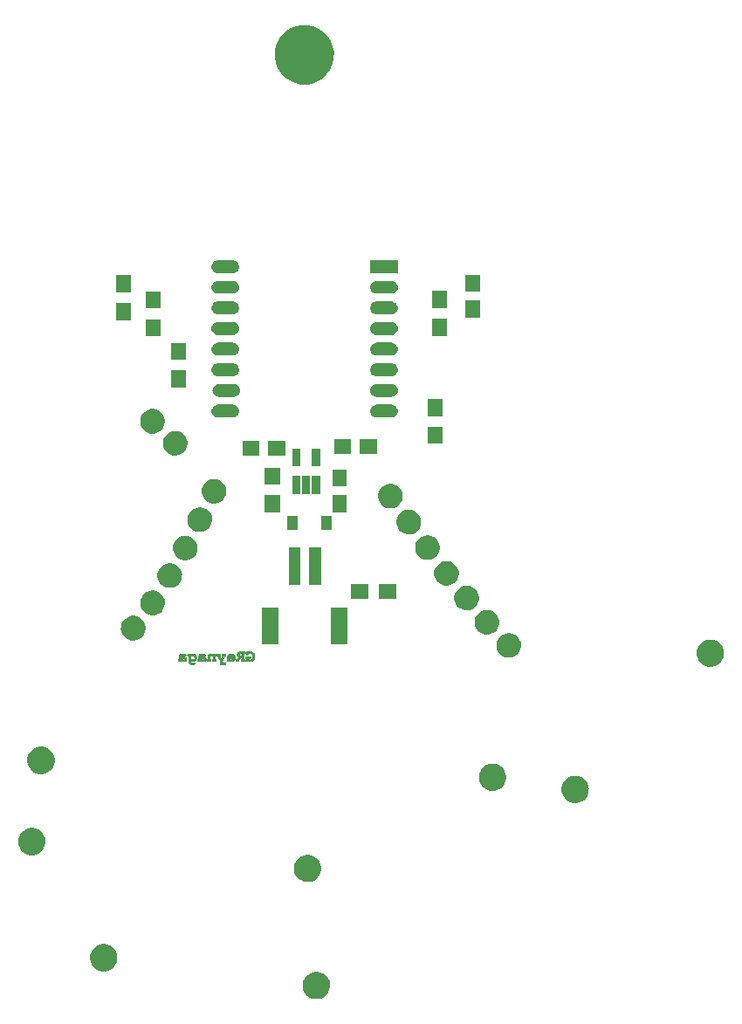
<source format=gbs>
G04 #@! TF.GenerationSoftware,KiCad,Pcbnew,no-vcs-found-077fb3c~59~ubuntu16.04.1*
G04 #@! TF.CreationDate,2017-08-19T10:31:39-06:00*
G04 #@! TF.ProjectId,001,3030312E6B696361645F706362000000,rev?*
G04 #@! TF.SameCoordinates,Original*
G04 #@! TF.FileFunction,Soldermask,Bot*
G04 #@! TF.FilePolarity,Negative*
%FSLAX46Y46*%
G04 Gerber Fmt 4.6, Leading zero omitted, Abs format (unit mm)*
G04 Created by KiCad (PCBNEW no-vcs-found-077fb3c~59~ubuntu16.04.1) date Sat Aug 19 10:31:39 2017*
%MOMM*%
%LPD*%
G01*
G04 APERTURE LIST*
%ADD10C,0.010000*%
%ADD11C,0.100000*%
G04 APERTURE END LIST*
D10*
G36*
X121393574Y-104379275D02*
X121352957Y-104385993D01*
X121316039Y-104397411D01*
X121282358Y-104413702D01*
X121251451Y-104435039D01*
X121228423Y-104455847D01*
X121214791Y-104470234D01*
X121204491Y-104483019D01*
X121195848Y-104496508D01*
X121187826Y-104511712D01*
X121182221Y-104523264D01*
X121177442Y-104533928D01*
X121173425Y-104544311D01*
X121170102Y-104555021D01*
X121167407Y-104566665D01*
X121165276Y-104579850D01*
X121163642Y-104595183D01*
X121162439Y-104613273D01*
X121161601Y-104634727D01*
X121161062Y-104660151D01*
X121160757Y-104690154D01*
X121160618Y-104725342D01*
X121160582Y-104762683D01*
X121160540Y-104923404D01*
X121140697Y-104925629D01*
X121115847Y-104930480D01*
X121096146Y-104938983D01*
X121081438Y-104951299D01*
X121071565Y-104967591D01*
X121066371Y-104988021D01*
X121065430Y-105003600D01*
X121067121Y-105025333D01*
X121072442Y-105042602D01*
X121081768Y-105056393D01*
X121087447Y-105061792D01*
X121093316Y-105066670D01*
X121098661Y-105070663D01*
X121104165Y-105073859D01*
X121110509Y-105076348D01*
X121118377Y-105078217D01*
X121128450Y-105079555D01*
X121141412Y-105080451D01*
X121157944Y-105080994D01*
X121178728Y-105081271D01*
X121204448Y-105081373D01*
X121235785Y-105081387D01*
X121355803Y-105081387D01*
X121374853Y-105071862D01*
X121391758Y-105061445D01*
X121403316Y-105049211D01*
X121410343Y-105033909D01*
X121413657Y-105014287D01*
X121413807Y-105012167D01*
X121413358Y-104987919D01*
X121408447Y-104968016D01*
X121398833Y-104952166D01*
X121384274Y-104940077D01*
X121364530Y-104931459D01*
X121342996Y-104926565D01*
X121319290Y-104922793D01*
X121319290Y-104778126D01*
X121319324Y-104740845D01*
X121319460Y-104709325D01*
X121319756Y-104682977D01*
X121320266Y-104661212D01*
X121321047Y-104643442D01*
X121322154Y-104629078D01*
X121323642Y-104617530D01*
X121325567Y-104608211D01*
X121327985Y-104600530D01*
X121330951Y-104593900D01*
X121334521Y-104587731D01*
X121337726Y-104582912D01*
X121350322Y-104569059D01*
X121367376Y-104556609D01*
X121386997Y-104546844D01*
X121395097Y-104543991D01*
X121405082Y-104541510D01*
X121417010Y-104539849D01*
X121432215Y-104538892D01*
X121452027Y-104538526D01*
X121458990Y-104538514D01*
X121477784Y-104538638D01*
X121491774Y-104539087D01*
X121502505Y-104540047D01*
X121511524Y-104541706D01*
X121520374Y-104544250D01*
X121527812Y-104546845D01*
X121552473Y-104557944D01*
X121577835Y-104573711D01*
X121604555Y-104594589D01*
X121623574Y-104611686D01*
X121652665Y-104639071D01*
X121652665Y-104924225D01*
X121640549Y-104924225D01*
X121625241Y-104925277D01*
X121608333Y-104928073D01*
X121592437Y-104932065D01*
X121580162Y-104936710D01*
X121579741Y-104936923D01*
X121562701Y-104948773D01*
X121550735Y-104964263D01*
X121543742Y-104983580D01*
X121541610Y-105005879D01*
X121543594Y-105027596D01*
X121549757Y-105044981D01*
X121560653Y-105058916D01*
X121576835Y-105070280D01*
X121584443Y-105074088D01*
X121588519Y-105075902D01*
X121592554Y-105077391D01*
X121597194Y-105078591D01*
X121603089Y-105079538D01*
X121610888Y-105080266D01*
X121621238Y-105080813D01*
X121634788Y-105081213D01*
X121652188Y-105081502D01*
X121674084Y-105081716D01*
X121701127Y-105081891D01*
X121728865Y-105082037D01*
X121763552Y-105082160D01*
X121792394Y-105082139D01*
X121815897Y-105081961D01*
X121834567Y-105081615D01*
X121848907Y-105081088D01*
X121859424Y-105080367D01*
X121866621Y-105079441D01*
X121870153Y-105078602D01*
X121891421Y-105069832D01*
X121907092Y-105058643D01*
X121917683Y-105044328D01*
X121923711Y-105026180D01*
X121925695Y-105003492D01*
X121925698Y-105002704D01*
X121923000Y-104980591D01*
X121914985Y-104961737D01*
X121901843Y-104946468D01*
X121887515Y-104936923D01*
X121875462Y-104932262D01*
X121859670Y-104928229D01*
X121842752Y-104925369D01*
X121827318Y-104924227D01*
X121826707Y-104924225D01*
X121814590Y-104924225D01*
X121814590Y-104557217D01*
X121836976Y-104553378D01*
X121850367Y-104550478D01*
X121863112Y-104546716D01*
X121871594Y-104543299D01*
X121887904Y-104531620D01*
X121899843Y-104515929D01*
X121907100Y-104497096D01*
X121909364Y-104475991D01*
X121906326Y-104453483D01*
X121905165Y-104449258D01*
X121896842Y-104431920D01*
X121882993Y-104417516D01*
X121863803Y-104406068D01*
X121859090Y-104404006D01*
X121854392Y-104402362D01*
X121848934Y-104401081D01*
X121841941Y-104400105D01*
X121832640Y-104399379D01*
X121820256Y-104398844D01*
X121804016Y-104398446D01*
X121783143Y-104398126D01*
X121756866Y-104397829D01*
X121750297Y-104397761D01*
X121652665Y-104396761D01*
X121652665Y-104467187D01*
X121632753Y-104450295D01*
X121612646Y-104433985D01*
X121594345Y-104420997D01*
X121575546Y-104409814D01*
X121556652Y-104400208D01*
X121535309Y-104391003D01*
X121514458Y-104384417D01*
X121492419Y-104380120D01*
X121467510Y-104377784D01*
X121438353Y-104377082D01*
X121393574Y-104379275D01*
X121393574Y-104379275D01*
G37*
X121393574Y-104379275D02*
X121352957Y-104385993D01*
X121316039Y-104397411D01*
X121282358Y-104413702D01*
X121251451Y-104435039D01*
X121228423Y-104455847D01*
X121214791Y-104470234D01*
X121204491Y-104483019D01*
X121195848Y-104496508D01*
X121187826Y-104511712D01*
X121182221Y-104523264D01*
X121177442Y-104533928D01*
X121173425Y-104544311D01*
X121170102Y-104555021D01*
X121167407Y-104566665D01*
X121165276Y-104579850D01*
X121163642Y-104595183D01*
X121162439Y-104613273D01*
X121161601Y-104634727D01*
X121161062Y-104660151D01*
X121160757Y-104690154D01*
X121160618Y-104725342D01*
X121160582Y-104762683D01*
X121160540Y-104923404D01*
X121140697Y-104925629D01*
X121115847Y-104930480D01*
X121096146Y-104938983D01*
X121081438Y-104951299D01*
X121071565Y-104967591D01*
X121066371Y-104988021D01*
X121065430Y-105003600D01*
X121067121Y-105025333D01*
X121072442Y-105042602D01*
X121081768Y-105056393D01*
X121087447Y-105061792D01*
X121093316Y-105066670D01*
X121098661Y-105070663D01*
X121104165Y-105073859D01*
X121110509Y-105076348D01*
X121118377Y-105078217D01*
X121128450Y-105079555D01*
X121141412Y-105080451D01*
X121157944Y-105080994D01*
X121178728Y-105081271D01*
X121204448Y-105081373D01*
X121235785Y-105081387D01*
X121355803Y-105081387D01*
X121374853Y-105071862D01*
X121391758Y-105061445D01*
X121403316Y-105049211D01*
X121410343Y-105033909D01*
X121413657Y-105014287D01*
X121413807Y-105012167D01*
X121413358Y-104987919D01*
X121408447Y-104968016D01*
X121398833Y-104952166D01*
X121384274Y-104940077D01*
X121364530Y-104931459D01*
X121342996Y-104926565D01*
X121319290Y-104922793D01*
X121319290Y-104778126D01*
X121319324Y-104740845D01*
X121319460Y-104709325D01*
X121319756Y-104682977D01*
X121320266Y-104661212D01*
X121321047Y-104643442D01*
X121322154Y-104629078D01*
X121323642Y-104617530D01*
X121325567Y-104608211D01*
X121327985Y-104600530D01*
X121330951Y-104593900D01*
X121334521Y-104587731D01*
X121337726Y-104582912D01*
X121350322Y-104569059D01*
X121367376Y-104556609D01*
X121386997Y-104546844D01*
X121395097Y-104543991D01*
X121405082Y-104541510D01*
X121417010Y-104539849D01*
X121432215Y-104538892D01*
X121452027Y-104538526D01*
X121458990Y-104538514D01*
X121477784Y-104538638D01*
X121491774Y-104539087D01*
X121502505Y-104540047D01*
X121511524Y-104541706D01*
X121520374Y-104544250D01*
X121527812Y-104546845D01*
X121552473Y-104557944D01*
X121577835Y-104573711D01*
X121604555Y-104594589D01*
X121623574Y-104611686D01*
X121652665Y-104639071D01*
X121652665Y-104924225D01*
X121640549Y-104924225D01*
X121625241Y-104925277D01*
X121608333Y-104928073D01*
X121592437Y-104932065D01*
X121580162Y-104936710D01*
X121579741Y-104936923D01*
X121562701Y-104948773D01*
X121550735Y-104964263D01*
X121543742Y-104983580D01*
X121541610Y-105005879D01*
X121543594Y-105027596D01*
X121549757Y-105044981D01*
X121560653Y-105058916D01*
X121576835Y-105070280D01*
X121584443Y-105074088D01*
X121588519Y-105075902D01*
X121592554Y-105077391D01*
X121597194Y-105078591D01*
X121603089Y-105079538D01*
X121610888Y-105080266D01*
X121621238Y-105080813D01*
X121634788Y-105081213D01*
X121652188Y-105081502D01*
X121674084Y-105081716D01*
X121701127Y-105081891D01*
X121728865Y-105082037D01*
X121763552Y-105082160D01*
X121792394Y-105082139D01*
X121815897Y-105081961D01*
X121834567Y-105081615D01*
X121848907Y-105081088D01*
X121859424Y-105080367D01*
X121866621Y-105079441D01*
X121870153Y-105078602D01*
X121891421Y-105069832D01*
X121907092Y-105058643D01*
X121917683Y-105044328D01*
X121923711Y-105026180D01*
X121925695Y-105003492D01*
X121925698Y-105002704D01*
X121923000Y-104980591D01*
X121914985Y-104961737D01*
X121901843Y-104946468D01*
X121887515Y-104936923D01*
X121875462Y-104932262D01*
X121859670Y-104928229D01*
X121842752Y-104925369D01*
X121827318Y-104924227D01*
X121826707Y-104924225D01*
X121814590Y-104924225D01*
X121814590Y-104557217D01*
X121836976Y-104553378D01*
X121850367Y-104550478D01*
X121863112Y-104546716D01*
X121871594Y-104543299D01*
X121887904Y-104531620D01*
X121899843Y-104515929D01*
X121907100Y-104497096D01*
X121909364Y-104475991D01*
X121906326Y-104453483D01*
X121905165Y-104449258D01*
X121896842Y-104431920D01*
X121882993Y-104417516D01*
X121863803Y-104406068D01*
X121859090Y-104404006D01*
X121854392Y-104402362D01*
X121848934Y-104401081D01*
X121841941Y-104400105D01*
X121832640Y-104399379D01*
X121820256Y-104398844D01*
X121804016Y-104398446D01*
X121783143Y-104398126D01*
X121756866Y-104397829D01*
X121750297Y-104397761D01*
X121652665Y-104396761D01*
X121652665Y-104467187D01*
X121632753Y-104450295D01*
X121612646Y-104433985D01*
X121594345Y-104420997D01*
X121575546Y-104409814D01*
X121556652Y-104400208D01*
X121535309Y-104391003D01*
X121514458Y-104384417D01*
X121492419Y-104380120D01*
X121467510Y-104377784D01*
X121438353Y-104377082D01*
X121393574Y-104379275D01*
G36*
X124351646Y-104168937D02*
X124325976Y-104169204D01*
X124304055Y-104169647D01*
X124285365Y-104170290D01*
X124269385Y-104171158D01*
X124255595Y-104172274D01*
X124243476Y-104173662D01*
X124232507Y-104175347D01*
X124222168Y-104177353D01*
X124211940Y-104179703D01*
X124201303Y-104182422D01*
X124198179Y-104183254D01*
X124158632Y-104196576D01*
X124121376Y-104214522D01*
X124087101Y-104236544D01*
X124056497Y-104262096D01*
X124030253Y-104290629D01*
X124009060Y-104321597D01*
X123999029Y-104341176D01*
X123987160Y-104374461D01*
X123979873Y-104410428D01*
X123977441Y-104447090D01*
X123979787Y-104480121D01*
X123987827Y-104515701D01*
X124001378Y-104549000D01*
X124020674Y-104580447D01*
X124045948Y-104610475D01*
X124056126Y-104620610D01*
X124066805Y-104630189D01*
X124079672Y-104640774D01*
X124093665Y-104651603D01*
X124107724Y-104661912D01*
X124120790Y-104670937D01*
X124131801Y-104677916D01*
X124139697Y-104682084D01*
X124142675Y-104682925D01*
X124141822Y-104684986D01*
X124137132Y-104690619D01*
X124129347Y-104698996D01*
X124119210Y-104709288D01*
X124117721Y-104710759D01*
X124073798Y-104757091D01*
X124031020Y-104808170D01*
X123990683Y-104862392D01*
X123968815Y-104894806D01*
X123949778Y-104924125D01*
X123930728Y-104924230D01*
X123909972Y-104925596D01*
X123889479Y-104929167D01*
X123871133Y-104934490D01*
X123856819Y-104941110D01*
X123854528Y-104942604D01*
X123840423Y-104955528D01*
X123831269Y-104971423D01*
X123826718Y-104991041D01*
X123826049Y-105003600D01*
X123828142Y-105026729D01*
X123834797Y-105045549D01*
X123846275Y-105060417D01*
X123862834Y-105071692D01*
X123880124Y-105078430D01*
X123887057Y-105079975D01*
X123896791Y-105081160D01*
X123910049Y-105082017D01*
X123927550Y-105082583D01*
X123950018Y-105082890D01*
X123975504Y-105082975D01*
X124055783Y-105082975D01*
X124073610Y-105051211D01*
X124092142Y-105019770D01*
X124112924Y-104987281D01*
X124135442Y-104954370D01*
X124159180Y-104921666D01*
X124183625Y-104889794D01*
X124208262Y-104859381D01*
X124232576Y-104831053D01*
X124256053Y-104805439D01*
X124278178Y-104783163D01*
X124298438Y-104764853D01*
X124316317Y-104751135D01*
X124323874Y-104746381D01*
X124340303Y-104736959D01*
X124415709Y-104736929D01*
X124491115Y-104736900D01*
X124491115Y-104924225D01*
X124455397Y-104924280D01*
X124424214Y-104925451D01*
X124398473Y-104928988D01*
X124377648Y-104935081D01*
X124361216Y-104943923D01*
X124348652Y-104955703D01*
X124341965Y-104965640D01*
X124337542Y-104974976D01*
X124335121Y-104984513D01*
X124334184Y-104996757D01*
X124334107Y-105003600D01*
X124336234Y-105026586D01*
X124342705Y-105045152D01*
X124353668Y-105059644D01*
X124360743Y-105065375D01*
X124366449Y-105069217D01*
X124371942Y-105072455D01*
X124377797Y-105075140D01*
X124384590Y-105077324D01*
X124392897Y-105079057D01*
X124403294Y-105080391D01*
X124416356Y-105081377D01*
X124432659Y-105082067D01*
X124452779Y-105082510D01*
X124477292Y-105082760D01*
X124506772Y-105082866D01*
X124541796Y-105082880D01*
X124557501Y-105082871D01*
X124593151Y-105082831D01*
X124623034Y-105082750D01*
X124647736Y-105082608D01*
X124667840Y-105082385D01*
X124683930Y-105082060D01*
X124696591Y-105081614D01*
X124706407Y-105081025D01*
X124713962Y-105080275D01*
X124719839Y-105079343D01*
X124724624Y-105078209D01*
X124728556Y-105076972D01*
X124748124Y-105067268D01*
X124762934Y-105053498D01*
X124772810Y-105035993D01*
X124777575Y-105015083D01*
X124777054Y-104991099D01*
X124776479Y-104987072D01*
X124770474Y-104967681D01*
X124759235Y-104951727D01*
X124742929Y-104939311D01*
X124721725Y-104930533D01*
X124695792Y-104925495D01*
X124671507Y-104924225D01*
X124653040Y-104924225D01*
X124653040Y-104578150D01*
X124491115Y-104578150D01*
X124441109Y-104578122D01*
X124419175Y-104577883D01*
X124394979Y-104577252D01*
X124371257Y-104576319D01*
X124350744Y-104575177D01*
X124348147Y-104574996D01*
X124314366Y-104571583D01*
X124285105Y-104566359D01*
X124258696Y-104558925D01*
X124233467Y-104548885D01*
X124228219Y-104546434D01*
X124206390Y-104534024D01*
X124186536Y-104518976D01*
X124169963Y-104502461D01*
X124157976Y-104485653D01*
X124155739Y-104481312D01*
X124150279Y-104464176D01*
X124148129Y-104444661D01*
X124149343Y-104425300D01*
X124153973Y-104408627D01*
X124154218Y-104408079D01*
X124166498Y-104388341D01*
X124184311Y-104370348D01*
X124206954Y-104354647D01*
X124233727Y-104341783D01*
X124244804Y-104337762D01*
X124251749Y-104335487D01*
X124258016Y-104333649D01*
X124264371Y-104332193D01*
X124271583Y-104331064D01*
X124280420Y-104330206D01*
X124291649Y-104329566D01*
X124306037Y-104329087D01*
X124324354Y-104328716D01*
X124347366Y-104328396D01*
X124375841Y-104328074D01*
X124380784Y-104328020D01*
X124491115Y-104326822D01*
X124491115Y-104578150D01*
X124653040Y-104578150D01*
X124653040Y-104328248D01*
X124683997Y-104326446D01*
X124712187Y-104323202D01*
X124734948Y-104316925D01*
X124752548Y-104307387D01*
X124765255Y-104294358D01*
X124773338Y-104277609D01*
X124777065Y-104256912D01*
X124777395Y-104246728D01*
X124775748Y-104224627D01*
X124770645Y-104207237D01*
X124761555Y-104193636D01*
X124747948Y-104182897D01*
X124737659Y-104177562D01*
X124721303Y-104170162D01*
X124502228Y-104169145D01*
X124456358Y-104168950D01*
X124416317Y-104168834D01*
X124381587Y-104168822D01*
X124351646Y-104168937D01*
X124351646Y-104168937D01*
G37*
X124351646Y-104168937D02*
X124325976Y-104169204D01*
X124304055Y-104169647D01*
X124285365Y-104170290D01*
X124269385Y-104171158D01*
X124255595Y-104172274D01*
X124243476Y-104173662D01*
X124232507Y-104175347D01*
X124222168Y-104177353D01*
X124211940Y-104179703D01*
X124201303Y-104182422D01*
X124198179Y-104183254D01*
X124158632Y-104196576D01*
X124121376Y-104214522D01*
X124087101Y-104236544D01*
X124056497Y-104262096D01*
X124030253Y-104290629D01*
X124009060Y-104321597D01*
X123999029Y-104341176D01*
X123987160Y-104374461D01*
X123979873Y-104410428D01*
X123977441Y-104447090D01*
X123979787Y-104480121D01*
X123987827Y-104515701D01*
X124001378Y-104549000D01*
X124020674Y-104580447D01*
X124045948Y-104610475D01*
X124056126Y-104620610D01*
X124066805Y-104630189D01*
X124079672Y-104640774D01*
X124093665Y-104651603D01*
X124107724Y-104661912D01*
X124120790Y-104670937D01*
X124131801Y-104677916D01*
X124139697Y-104682084D01*
X124142675Y-104682925D01*
X124141822Y-104684986D01*
X124137132Y-104690619D01*
X124129347Y-104698996D01*
X124119210Y-104709288D01*
X124117721Y-104710759D01*
X124073798Y-104757091D01*
X124031020Y-104808170D01*
X123990683Y-104862392D01*
X123968815Y-104894806D01*
X123949778Y-104924125D01*
X123930728Y-104924230D01*
X123909972Y-104925596D01*
X123889479Y-104929167D01*
X123871133Y-104934490D01*
X123856819Y-104941110D01*
X123854528Y-104942604D01*
X123840423Y-104955528D01*
X123831269Y-104971423D01*
X123826718Y-104991041D01*
X123826049Y-105003600D01*
X123828142Y-105026729D01*
X123834797Y-105045549D01*
X123846275Y-105060417D01*
X123862834Y-105071692D01*
X123880124Y-105078430D01*
X123887057Y-105079975D01*
X123896791Y-105081160D01*
X123910049Y-105082017D01*
X123927550Y-105082583D01*
X123950018Y-105082890D01*
X123975504Y-105082975D01*
X124055783Y-105082975D01*
X124073610Y-105051211D01*
X124092142Y-105019770D01*
X124112924Y-104987281D01*
X124135442Y-104954370D01*
X124159180Y-104921666D01*
X124183625Y-104889794D01*
X124208262Y-104859381D01*
X124232576Y-104831053D01*
X124256053Y-104805439D01*
X124278178Y-104783163D01*
X124298438Y-104764853D01*
X124316317Y-104751135D01*
X124323874Y-104746381D01*
X124340303Y-104736959D01*
X124415709Y-104736929D01*
X124491115Y-104736900D01*
X124491115Y-104924225D01*
X124455397Y-104924280D01*
X124424214Y-104925451D01*
X124398473Y-104928988D01*
X124377648Y-104935081D01*
X124361216Y-104943923D01*
X124348652Y-104955703D01*
X124341965Y-104965640D01*
X124337542Y-104974976D01*
X124335121Y-104984513D01*
X124334184Y-104996757D01*
X124334107Y-105003600D01*
X124336234Y-105026586D01*
X124342705Y-105045152D01*
X124353668Y-105059644D01*
X124360743Y-105065375D01*
X124366449Y-105069217D01*
X124371942Y-105072455D01*
X124377797Y-105075140D01*
X124384590Y-105077324D01*
X124392897Y-105079057D01*
X124403294Y-105080391D01*
X124416356Y-105081377D01*
X124432659Y-105082067D01*
X124452779Y-105082510D01*
X124477292Y-105082760D01*
X124506772Y-105082866D01*
X124541796Y-105082880D01*
X124557501Y-105082871D01*
X124593151Y-105082831D01*
X124623034Y-105082750D01*
X124647736Y-105082608D01*
X124667840Y-105082385D01*
X124683930Y-105082060D01*
X124696591Y-105081614D01*
X124706407Y-105081025D01*
X124713962Y-105080275D01*
X124719839Y-105079343D01*
X124724624Y-105078209D01*
X124728556Y-105076972D01*
X124748124Y-105067268D01*
X124762934Y-105053498D01*
X124772810Y-105035993D01*
X124777575Y-105015083D01*
X124777054Y-104991099D01*
X124776479Y-104987072D01*
X124770474Y-104967681D01*
X124759235Y-104951727D01*
X124742929Y-104939311D01*
X124721725Y-104930533D01*
X124695792Y-104925495D01*
X124671507Y-104924225D01*
X124653040Y-104924225D01*
X124653040Y-104578150D01*
X124491115Y-104578150D01*
X124441109Y-104578122D01*
X124419175Y-104577883D01*
X124394979Y-104577252D01*
X124371257Y-104576319D01*
X124350744Y-104575177D01*
X124348147Y-104574996D01*
X124314366Y-104571583D01*
X124285105Y-104566359D01*
X124258696Y-104558925D01*
X124233467Y-104548885D01*
X124228219Y-104546434D01*
X124206390Y-104534024D01*
X124186536Y-104518976D01*
X124169963Y-104502461D01*
X124157976Y-104485653D01*
X124155739Y-104481312D01*
X124150279Y-104464176D01*
X124148129Y-104444661D01*
X124149343Y-104425300D01*
X124153973Y-104408627D01*
X124154218Y-104408079D01*
X124166498Y-104388341D01*
X124184311Y-104370348D01*
X124206954Y-104354647D01*
X124233727Y-104341783D01*
X124244804Y-104337762D01*
X124251749Y-104335487D01*
X124258016Y-104333649D01*
X124264371Y-104332193D01*
X124271583Y-104331064D01*
X124280420Y-104330206D01*
X124291649Y-104329566D01*
X124306037Y-104329087D01*
X124324354Y-104328716D01*
X124347366Y-104328396D01*
X124375841Y-104328074D01*
X124380784Y-104328020D01*
X124491115Y-104326822D01*
X124491115Y-104578150D01*
X124653040Y-104578150D01*
X124653040Y-104328248D01*
X124683997Y-104326446D01*
X124712187Y-104323202D01*
X124734948Y-104316925D01*
X124752548Y-104307387D01*
X124765255Y-104294358D01*
X124773338Y-104277609D01*
X124777065Y-104256912D01*
X124777395Y-104246728D01*
X124775748Y-104224627D01*
X124770645Y-104207237D01*
X124761555Y-104193636D01*
X124747948Y-104182897D01*
X124737659Y-104177562D01*
X124721303Y-104170162D01*
X124502228Y-104169145D01*
X124456358Y-104168950D01*
X124416317Y-104168834D01*
X124381587Y-104168822D01*
X124351646Y-104168937D01*
G36*
X124910333Y-104148005D02*
X124894046Y-104153738D01*
X124884559Y-104159968D01*
X124877183Y-104168261D01*
X124870528Y-104179696D01*
X124861003Y-104198267D01*
X124860012Y-104302580D01*
X124859775Y-104332419D01*
X124859704Y-104356632D01*
X124859822Y-104375942D01*
X124860152Y-104391070D01*
X124860718Y-104402740D01*
X124861543Y-104411674D01*
X124862650Y-104418595D01*
X124863897Y-104423664D01*
X124871855Y-104444073D01*
X124882628Y-104459117D01*
X124896828Y-104469246D01*
X124915070Y-104474905D01*
X124936390Y-104476550D01*
X124950282Y-104475971D01*
X124962803Y-104474437D01*
X124971505Y-104472251D01*
X124971674Y-104472181D01*
X124982797Y-104465443D01*
X124992597Y-104454774D01*
X125001418Y-104439573D01*
X125009607Y-104419241D01*
X125017511Y-104393178D01*
X125017756Y-104392268D01*
X125025578Y-104374999D01*
X125038990Y-104359173D01*
X125057355Y-104344990D01*
X125080035Y-104332652D01*
X125106392Y-104322361D01*
X125135790Y-104314317D01*
X125167591Y-104308722D01*
X125201157Y-104305777D01*
X125235850Y-104305684D01*
X125271035Y-104308643D01*
X125279074Y-104309768D01*
X125320875Y-104318955D01*
X125359367Y-104333250D01*
X125394232Y-104352356D01*
X125425152Y-104375977D01*
X125451808Y-104403817D01*
X125473882Y-104435577D01*
X125491056Y-104470963D01*
X125503012Y-104509676D01*
X125505284Y-104520556D01*
X125507067Y-104533860D01*
X125508493Y-104552198D01*
X125509560Y-104574428D01*
X125510269Y-104599409D01*
X125510620Y-104626000D01*
X125510612Y-104653059D01*
X125510247Y-104679445D01*
X125509524Y-104704016D01*
X125508443Y-104725631D01*
X125507003Y-104743149D01*
X125505276Y-104755092D01*
X125494782Y-104792909D01*
X125479766Y-104826443D01*
X125460157Y-104855755D01*
X125435882Y-104880902D01*
X125406870Y-104901943D01*
X125373047Y-104918938D01*
X125334343Y-104931946D01*
X125290685Y-104941025D01*
X125275424Y-104943139D01*
X125231449Y-104946349D01*
X125185768Y-104945629D01*
X125140050Y-104941163D01*
X125095968Y-104933139D01*
X125055191Y-104921741D01*
X125042772Y-104917281D01*
X125018165Y-104907888D01*
X125018165Y-104804202D01*
X125112622Y-104802793D01*
X125142821Y-104802268D01*
X125167450Y-104801612D01*
X125187287Y-104800716D01*
X125203111Y-104799473D01*
X125215702Y-104797774D01*
X125225838Y-104795510D01*
X125234299Y-104792573D01*
X125241864Y-104788854D01*
X125249312Y-104784246D01*
X125250221Y-104783637D01*
X125262973Y-104771363D01*
X125271998Y-104754800D01*
X125276982Y-104735014D01*
X125277611Y-104713069D01*
X125275483Y-104697901D01*
X125269573Y-104680683D01*
X125259367Y-104667063D01*
X125244148Y-104656256D01*
X125232478Y-104650861D01*
X125213428Y-104643237D01*
X125038803Y-104643237D01*
X125000639Y-104643252D01*
X124968279Y-104643306D01*
X124941177Y-104643416D01*
X124918788Y-104643598D01*
X124900566Y-104643867D01*
X124885966Y-104644240D01*
X124874441Y-104644732D01*
X124865446Y-104645360D01*
X124858435Y-104646140D01*
X124852862Y-104647087D01*
X124848183Y-104648217D01*
X124845936Y-104648878D01*
X124825323Y-104658065D01*
X124809567Y-104671233D01*
X124798878Y-104688103D01*
X124793469Y-104708395D01*
X124792810Y-104719069D01*
X124795003Y-104742677D01*
X124801949Y-104762216D01*
X124813908Y-104778106D01*
X124831142Y-104790768D01*
X124840165Y-104795291D01*
X124859415Y-104803931D01*
X124859415Y-105010367D01*
X124904659Y-105032049D01*
X124944626Y-105050452D01*
X124981038Y-105065522D01*
X125015387Y-105077781D01*
X125049163Y-105087753D01*
X125083857Y-105095959D01*
X125091190Y-105097466D01*
X125104010Y-105099321D01*
X125121929Y-105100916D01*
X125143700Y-105102225D01*
X125168077Y-105103223D01*
X125193814Y-105103883D01*
X125219664Y-105104181D01*
X125244380Y-105104091D01*
X125266716Y-105103587D01*
X125285426Y-105102643D01*
X125295978Y-105101674D01*
X125336112Y-105095272D01*
X125376746Y-105085836D01*
X125416107Y-105073891D01*
X125452422Y-105059965D01*
X125478540Y-105047511D01*
X125516937Y-105023592D01*
X125551774Y-104994689D01*
X125582756Y-104961266D01*
X125609587Y-104923785D01*
X125631969Y-104882710D01*
X125649606Y-104838505D01*
X125662201Y-104791633D01*
X125668698Y-104750269D01*
X125669983Y-104733993D01*
X125670966Y-104712730D01*
X125671647Y-104687835D01*
X125672024Y-104660664D01*
X125672095Y-104632572D01*
X125671859Y-104604916D01*
X125671316Y-104579050D01*
X125670464Y-104556330D01*
X125669301Y-104538112D01*
X125668901Y-104533822D01*
X125661668Y-104487872D01*
X125649722Y-104442792D01*
X125633617Y-104400587D01*
X125629682Y-104392119D01*
X125614355Y-104362400D01*
X125598461Y-104336432D01*
X125580645Y-104312317D01*
X125559549Y-104288157D01*
X125543641Y-104271735D01*
X125508239Y-104239409D01*
X125471833Y-104212577D01*
X125433371Y-104190671D01*
X125391802Y-104173121D01*
X125346075Y-104159359D01*
X125328326Y-104155208D01*
X125316599Y-104152815D01*
X125305540Y-104151022D01*
X125293930Y-104149746D01*
X125280550Y-104148903D01*
X125264180Y-104148412D01*
X125243601Y-104148188D01*
X125224540Y-104148146D01*
X125197478Y-104148282D01*
X125175607Y-104148737D01*
X125157773Y-104149576D01*
X125142823Y-104150862D01*
X125129603Y-104152659D01*
X125123152Y-104153794D01*
X125097043Y-104159613D01*
X125069125Y-104167353D01*
X125042015Y-104176217D01*
X125018330Y-104185410D01*
X125016085Y-104186390D01*
X125004359Y-104190941D01*
X124997857Y-104191916D01*
X124996501Y-104190893D01*
X124992095Y-104182916D01*
X124984326Y-104173103D01*
X124974947Y-104163375D01*
X124965711Y-104155655D01*
X124962455Y-104153564D01*
X124946956Y-104147902D01*
X124928781Y-104146051D01*
X124910333Y-104148005D01*
X124910333Y-104148005D01*
G37*
X124910333Y-104148005D02*
X124894046Y-104153738D01*
X124884559Y-104159968D01*
X124877183Y-104168261D01*
X124870528Y-104179696D01*
X124861003Y-104198267D01*
X124860012Y-104302580D01*
X124859775Y-104332419D01*
X124859704Y-104356632D01*
X124859822Y-104375942D01*
X124860152Y-104391070D01*
X124860718Y-104402740D01*
X124861543Y-104411674D01*
X124862650Y-104418595D01*
X124863897Y-104423664D01*
X124871855Y-104444073D01*
X124882628Y-104459117D01*
X124896828Y-104469246D01*
X124915070Y-104474905D01*
X124936390Y-104476550D01*
X124950282Y-104475971D01*
X124962803Y-104474437D01*
X124971505Y-104472251D01*
X124971674Y-104472181D01*
X124982797Y-104465443D01*
X124992597Y-104454774D01*
X125001418Y-104439573D01*
X125009607Y-104419241D01*
X125017511Y-104393178D01*
X125017756Y-104392268D01*
X125025578Y-104374999D01*
X125038990Y-104359173D01*
X125057355Y-104344990D01*
X125080035Y-104332652D01*
X125106392Y-104322361D01*
X125135790Y-104314317D01*
X125167591Y-104308722D01*
X125201157Y-104305777D01*
X125235850Y-104305684D01*
X125271035Y-104308643D01*
X125279074Y-104309768D01*
X125320875Y-104318955D01*
X125359367Y-104333250D01*
X125394232Y-104352356D01*
X125425152Y-104375977D01*
X125451808Y-104403817D01*
X125473882Y-104435577D01*
X125491056Y-104470963D01*
X125503012Y-104509676D01*
X125505284Y-104520556D01*
X125507067Y-104533860D01*
X125508493Y-104552198D01*
X125509560Y-104574428D01*
X125510269Y-104599409D01*
X125510620Y-104626000D01*
X125510612Y-104653059D01*
X125510247Y-104679445D01*
X125509524Y-104704016D01*
X125508443Y-104725631D01*
X125507003Y-104743149D01*
X125505276Y-104755092D01*
X125494782Y-104792909D01*
X125479766Y-104826443D01*
X125460157Y-104855755D01*
X125435882Y-104880902D01*
X125406870Y-104901943D01*
X125373047Y-104918938D01*
X125334343Y-104931946D01*
X125290685Y-104941025D01*
X125275424Y-104943139D01*
X125231449Y-104946349D01*
X125185768Y-104945629D01*
X125140050Y-104941163D01*
X125095968Y-104933139D01*
X125055191Y-104921741D01*
X125042772Y-104917281D01*
X125018165Y-104907888D01*
X125018165Y-104804202D01*
X125112622Y-104802793D01*
X125142821Y-104802268D01*
X125167450Y-104801612D01*
X125187287Y-104800716D01*
X125203111Y-104799473D01*
X125215702Y-104797774D01*
X125225838Y-104795510D01*
X125234299Y-104792573D01*
X125241864Y-104788854D01*
X125249312Y-104784246D01*
X125250221Y-104783637D01*
X125262973Y-104771363D01*
X125271998Y-104754800D01*
X125276982Y-104735014D01*
X125277611Y-104713069D01*
X125275483Y-104697901D01*
X125269573Y-104680683D01*
X125259367Y-104667063D01*
X125244148Y-104656256D01*
X125232478Y-104650861D01*
X125213428Y-104643237D01*
X125038803Y-104643237D01*
X125000639Y-104643252D01*
X124968279Y-104643306D01*
X124941177Y-104643416D01*
X124918788Y-104643598D01*
X124900566Y-104643867D01*
X124885966Y-104644240D01*
X124874441Y-104644732D01*
X124865446Y-104645360D01*
X124858435Y-104646140D01*
X124852862Y-104647087D01*
X124848183Y-104648217D01*
X124845936Y-104648878D01*
X124825323Y-104658065D01*
X124809567Y-104671233D01*
X124798878Y-104688103D01*
X124793469Y-104708395D01*
X124792810Y-104719069D01*
X124795003Y-104742677D01*
X124801949Y-104762216D01*
X124813908Y-104778106D01*
X124831142Y-104790768D01*
X124840165Y-104795291D01*
X124859415Y-104803931D01*
X124859415Y-105010367D01*
X124904659Y-105032049D01*
X124944626Y-105050452D01*
X124981038Y-105065522D01*
X125015387Y-105077781D01*
X125049163Y-105087753D01*
X125083857Y-105095959D01*
X125091190Y-105097466D01*
X125104010Y-105099321D01*
X125121929Y-105100916D01*
X125143700Y-105102225D01*
X125168077Y-105103223D01*
X125193814Y-105103883D01*
X125219664Y-105104181D01*
X125244380Y-105104091D01*
X125266716Y-105103587D01*
X125285426Y-105102643D01*
X125295978Y-105101674D01*
X125336112Y-105095272D01*
X125376746Y-105085836D01*
X125416107Y-105073891D01*
X125452422Y-105059965D01*
X125478540Y-105047511D01*
X125516937Y-105023592D01*
X125551774Y-104994689D01*
X125582756Y-104961266D01*
X125609587Y-104923785D01*
X125631969Y-104882710D01*
X125649606Y-104838505D01*
X125662201Y-104791633D01*
X125668698Y-104750269D01*
X125669983Y-104733993D01*
X125670966Y-104712730D01*
X125671647Y-104687835D01*
X125672024Y-104660664D01*
X125672095Y-104632572D01*
X125671859Y-104604916D01*
X125671316Y-104579050D01*
X125670464Y-104556330D01*
X125669301Y-104538112D01*
X125668901Y-104533822D01*
X125661668Y-104487872D01*
X125649722Y-104442792D01*
X125633617Y-104400587D01*
X125629682Y-104392119D01*
X125614355Y-104362400D01*
X125598461Y-104336432D01*
X125580645Y-104312317D01*
X125559549Y-104288157D01*
X125543641Y-104271735D01*
X125508239Y-104239409D01*
X125471833Y-104212577D01*
X125433371Y-104190671D01*
X125391802Y-104173121D01*
X125346075Y-104159359D01*
X125328326Y-104155208D01*
X125316599Y-104152815D01*
X125305540Y-104151022D01*
X125293930Y-104149746D01*
X125280550Y-104148903D01*
X125264180Y-104148412D01*
X125243601Y-104148188D01*
X125224540Y-104148146D01*
X125197478Y-104148282D01*
X125175607Y-104148737D01*
X125157773Y-104149576D01*
X125142823Y-104150862D01*
X125129603Y-104152659D01*
X125123152Y-104153794D01*
X125097043Y-104159613D01*
X125069125Y-104167353D01*
X125042015Y-104176217D01*
X125018330Y-104185410D01*
X125016085Y-104186390D01*
X125004359Y-104190941D01*
X124997857Y-104191916D01*
X124996501Y-104190893D01*
X124992095Y-104182916D01*
X124984326Y-104173103D01*
X124974947Y-104163375D01*
X124965711Y-104155655D01*
X124962455Y-104153564D01*
X124946956Y-104147902D01*
X124928781Y-104146051D01*
X124910333Y-104148005D01*
G36*
X118640382Y-104377679D02*
X118593286Y-104383103D01*
X118550060Y-104392433D01*
X118533228Y-104397528D01*
X118499237Y-104411327D01*
X118468056Y-104428988D01*
X118440471Y-104449881D01*
X118417266Y-104473379D01*
X118399227Y-104498854D01*
X118393845Y-104509015D01*
X118389586Y-104518022D01*
X118385950Y-104526347D01*
X118382888Y-104534561D01*
X118380350Y-104543233D01*
X118378288Y-104552935D01*
X118376651Y-104564237D01*
X118375390Y-104577709D01*
X118374456Y-104593922D01*
X118373799Y-104613447D01*
X118373370Y-104636854D01*
X118373118Y-104664713D01*
X118372995Y-104697595D01*
X118372951Y-104736071D01*
X118372946Y-104749915D01*
X118372890Y-104923268D01*
X118340347Y-104925150D01*
X118313304Y-104927987D01*
X118291565Y-104933248D01*
X118274442Y-104941253D01*
X118261247Y-104952322D01*
X118251451Y-104966477D01*
X118247548Y-104975356D01*
X118245352Y-104985085D01*
X118244461Y-104997877D01*
X118244379Y-105005505D01*
X118244639Y-105019115D01*
X118245760Y-105028659D01*
X118248270Y-105036409D01*
X118252700Y-105044643D01*
X118253977Y-105046732D01*
X118262261Y-105057818D01*
X118272526Y-105066263D01*
X118282275Y-105071813D01*
X118300986Y-105081387D01*
X118417901Y-105082327D01*
X118534815Y-105083267D01*
X118534815Y-105051305D01*
X118553072Y-105059648D01*
X118579705Y-105070660D01*
X118610054Y-105081286D01*
X118641502Y-105090677D01*
X118671340Y-105097966D01*
X118691761Y-105101417D01*
X118716213Y-105104159D01*
X118743206Y-105106148D01*
X118771248Y-105107342D01*
X118798846Y-105107696D01*
X118824509Y-105107166D01*
X118846744Y-105105709D01*
X118862666Y-105103556D01*
X118902506Y-105093551D01*
X118939486Y-105079345D01*
X118973107Y-105061329D01*
X119002869Y-105039891D01*
X119028272Y-105015422D01*
X119048817Y-104988311D01*
X119064005Y-104958947D01*
X119069895Y-104941972D01*
X119073269Y-104923872D01*
X119074521Y-104901982D01*
X119074131Y-104889983D01*
X118906221Y-104889983D01*
X118903241Y-104902725D01*
X118894630Y-104914993D01*
X118881103Y-104926227D01*
X118863379Y-104935873D01*
X118842175Y-104943372D01*
X118835165Y-104945138D01*
X118818262Y-104947615D01*
X118796857Y-104948622D01*
X118772604Y-104948236D01*
X118747161Y-104946531D01*
X118722184Y-104943582D01*
X118699330Y-104939463D01*
X118696740Y-104938878D01*
X118663115Y-104929968D01*
X118631219Y-104919006D01*
X118598799Y-104905143D01*
X118571328Y-104891578D01*
X118533228Y-104871835D01*
X118532339Y-104833285D01*
X118531451Y-104794734D01*
X118551471Y-104791248D01*
X118589422Y-104785560D01*
X118627596Y-104781562D01*
X118664933Y-104779274D01*
X118700375Y-104778712D01*
X118732865Y-104779895D01*
X118761344Y-104782839D01*
X118784053Y-104787373D01*
X118813478Y-104797032D01*
X118839833Y-104809197D01*
X118862566Y-104823404D01*
X118881123Y-104839188D01*
X118894952Y-104856085D01*
X118903498Y-104873629D01*
X118906221Y-104889983D01*
X119074131Y-104889983D01*
X119073756Y-104878460D01*
X119071081Y-104855461D01*
X119066601Y-104835143D01*
X119064312Y-104828208D01*
X119053519Y-104803352D01*
X119040313Y-104781137D01*
X119023417Y-104759616D01*
X119009478Y-104744702D01*
X118976640Y-104715026D01*
X118941177Y-104690160D01*
X118902471Y-104669795D01*
X118859899Y-104653622D01*
X118812844Y-104641332D01*
X118795230Y-104637896D01*
X118769901Y-104634490D01*
X118739842Y-104632324D01*
X118706542Y-104631365D01*
X118671494Y-104631580D01*
X118636187Y-104632934D01*
X118602111Y-104635395D01*
X118570759Y-104638929D01*
X118543619Y-104643503D01*
X118543547Y-104643518D01*
X118534815Y-104645329D01*
X118534815Y-104619519D01*
X118535491Y-104602261D01*
X118537984Y-104589429D01*
X118542996Y-104579197D01*
X118551229Y-104569738D01*
X118555409Y-104565914D01*
X118570710Y-104555278D01*
X118589753Y-104547189D01*
X118613095Y-104541518D01*
X118641291Y-104538132D01*
X118674896Y-104536903D01*
X118678764Y-104536893D01*
X118698378Y-104537183D01*
X118717174Y-104538136D01*
X118736340Y-104539908D01*
X118757069Y-104542652D01*
X118780550Y-104546524D01*
X118807974Y-104551677D01*
X118835472Y-104557221D01*
X118865302Y-104563152D01*
X118889789Y-104567427D01*
X118909726Y-104570019D01*
X118925909Y-104570901D01*
X118939131Y-104570043D01*
X118950188Y-104567420D01*
X118959872Y-104563003D01*
X118968979Y-104556764D01*
X118974219Y-104552380D01*
X118987510Y-104536785D01*
X118996307Y-104518184D01*
X119000452Y-104497962D01*
X118999785Y-104477501D01*
X118994148Y-104458186D01*
X118986506Y-104445210D01*
X118979805Y-104438188D01*
X118970376Y-104431688D01*
X118957423Y-104425340D01*
X118940147Y-104418779D01*
X118917753Y-104411635D01*
X118906550Y-104408350D01*
X118851832Y-104394586D01*
X118797074Y-104384614D01*
X118743058Y-104378457D01*
X118690567Y-104376138D01*
X118640382Y-104377679D01*
X118640382Y-104377679D01*
G37*
X118640382Y-104377679D02*
X118593286Y-104383103D01*
X118550060Y-104392433D01*
X118533228Y-104397528D01*
X118499237Y-104411327D01*
X118468056Y-104428988D01*
X118440471Y-104449881D01*
X118417266Y-104473379D01*
X118399227Y-104498854D01*
X118393845Y-104509015D01*
X118389586Y-104518022D01*
X118385950Y-104526347D01*
X118382888Y-104534561D01*
X118380350Y-104543233D01*
X118378288Y-104552935D01*
X118376651Y-104564237D01*
X118375390Y-104577709D01*
X118374456Y-104593922D01*
X118373799Y-104613447D01*
X118373370Y-104636854D01*
X118373118Y-104664713D01*
X118372995Y-104697595D01*
X118372951Y-104736071D01*
X118372946Y-104749915D01*
X118372890Y-104923268D01*
X118340347Y-104925150D01*
X118313304Y-104927987D01*
X118291565Y-104933248D01*
X118274442Y-104941253D01*
X118261247Y-104952322D01*
X118251451Y-104966477D01*
X118247548Y-104975356D01*
X118245352Y-104985085D01*
X118244461Y-104997877D01*
X118244379Y-105005505D01*
X118244639Y-105019115D01*
X118245760Y-105028659D01*
X118248270Y-105036409D01*
X118252700Y-105044643D01*
X118253977Y-105046732D01*
X118262261Y-105057818D01*
X118272526Y-105066263D01*
X118282275Y-105071813D01*
X118300986Y-105081387D01*
X118417901Y-105082327D01*
X118534815Y-105083267D01*
X118534815Y-105051305D01*
X118553072Y-105059648D01*
X118579705Y-105070660D01*
X118610054Y-105081286D01*
X118641502Y-105090677D01*
X118671340Y-105097966D01*
X118691761Y-105101417D01*
X118716213Y-105104159D01*
X118743206Y-105106148D01*
X118771248Y-105107342D01*
X118798846Y-105107696D01*
X118824509Y-105107166D01*
X118846744Y-105105709D01*
X118862666Y-105103556D01*
X118902506Y-105093551D01*
X118939486Y-105079345D01*
X118973107Y-105061329D01*
X119002869Y-105039891D01*
X119028272Y-105015422D01*
X119048817Y-104988311D01*
X119064005Y-104958947D01*
X119069895Y-104941972D01*
X119073269Y-104923872D01*
X119074521Y-104901982D01*
X119074131Y-104889983D01*
X118906221Y-104889983D01*
X118903241Y-104902725D01*
X118894630Y-104914993D01*
X118881103Y-104926227D01*
X118863379Y-104935873D01*
X118842175Y-104943372D01*
X118835165Y-104945138D01*
X118818262Y-104947615D01*
X118796857Y-104948622D01*
X118772604Y-104948236D01*
X118747161Y-104946531D01*
X118722184Y-104943582D01*
X118699330Y-104939463D01*
X118696740Y-104938878D01*
X118663115Y-104929968D01*
X118631219Y-104919006D01*
X118598799Y-104905143D01*
X118571328Y-104891578D01*
X118533228Y-104871835D01*
X118532339Y-104833285D01*
X118531451Y-104794734D01*
X118551471Y-104791248D01*
X118589422Y-104785560D01*
X118627596Y-104781562D01*
X118664933Y-104779274D01*
X118700375Y-104778712D01*
X118732865Y-104779895D01*
X118761344Y-104782839D01*
X118784053Y-104787373D01*
X118813478Y-104797032D01*
X118839833Y-104809197D01*
X118862566Y-104823404D01*
X118881123Y-104839188D01*
X118894952Y-104856085D01*
X118903498Y-104873629D01*
X118906221Y-104889983D01*
X119074131Y-104889983D01*
X119073756Y-104878460D01*
X119071081Y-104855461D01*
X119066601Y-104835143D01*
X119064312Y-104828208D01*
X119053519Y-104803352D01*
X119040313Y-104781137D01*
X119023417Y-104759616D01*
X119009478Y-104744702D01*
X118976640Y-104715026D01*
X118941177Y-104690160D01*
X118902471Y-104669795D01*
X118859899Y-104653622D01*
X118812844Y-104641332D01*
X118795230Y-104637896D01*
X118769901Y-104634490D01*
X118739842Y-104632324D01*
X118706542Y-104631365D01*
X118671494Y-104631580D01*
X118636187Y-104632934D01*
X118602111Y-104635395D01*
X118570759Y-104638929D01*
X118543619Y-104643503D01*
X118543547Y-104643518D01*
X118534815Y-104645329D01*
X118534815Y-104619519D01*
X118535491Y-104602261D01*
X118537984Y-104589429D01*
X118542996Y-104579197D01*
X118551229Y-104569738D01*
X118555409Y-104565914D01*
X118570710Y-104555278D01*
X118589753Y-104547189D01*
X118613095Y-104541518D01*
X118641291Y-104538132D01*
X118674896Y-104536903D01*
X118678764Y-104536893D01*
X118698378Y-104537183D01*
X118717174Y-104538136D01*
X118736340Y-104539908D01*
X118757069Y-104542652D01*
X118780550Y-104546524D01*
X118807974Y-104551677D01*
X118835472Y-104557221D01*
X118865302Y-104563152D01*
X118889789Y-104567427D01*
X118909726Y-104570019D01*
X118925909Y-104570901D01*
X118939131Y-104570043D01*
X118950188Y-104567420D01*
X118959872Y-104563003D01*
X118968979Y-104556764D01*
X118974219Y-104552380D01*
X118987510Y-104536785D01*
X118996307Y-104518184D01*
X119000452Y-104497962D01*
X118999785Y-104477501D01*
X118994148Y-104458186D01*
X118986506Y-104445210D01*
X118979805Y-104438188D01*
X118970376Y-104431688D01*
X118957423Y-104425340D01*
X118940147Y-104418779D01*
X118917753Y-104411635D01*
X118906550Y-104408350D01*
X118851832Y-104394586D01*
X118797074Y-104384614D01*
X118743058Y-104378457D01*
X118690567Y-104376138D01*
X118640382Y-104377679D01*
G36*
X120506384Y-104378479D02*
X120458714Y-104385627D01*
X120415124Y-104397289D01*
X120375783Y-104413431D01*
X120345593Y-104430793D01*
X120317893Y-104452176D01*
X120295526Y-104476146D01*
X120277713Y-104503568D01*
X120274458Y-104509887D01*
X120269983Y-104519154D01*
X120266161Y-104527848D01*
X120262939Y-104536540D01*
X120260267Y-104545799D01*
X120258092Y-104556196D01*
X120256365Y-104568303D01*
X120255034Y-104582690D01*
X120254047Y-104599927D01*
X120253354Y-104620584D01*
X120252903Y-104645233D01*
X120252643Y-104674445D01*
X120252523Y-104708788D01*
X120252491Y-104748835D01*
X120252490Y-104754641D01*
X120252490Y-104924225D01*
X120232436Y-104924225D01*
X120201944Y-104926127D01*
X120176450Y-104931820D01*
X120155991Y-104941283D01*
X120140602Y-104954496D01*
X120130316Y-104971436D01*
X120125730Y-104988006D01*
X120124445Y-105011968D01*
X120128529Y-105033201D01*
X120137715Y-105051239D01*
X120151738Y-105065614D01*
X120170332Y-105075859D01*
X120177017Y-105078134D01*
X120182667Y-105079486D01*
X120190006Y-105080574D01*
X120199710Y-105081422D01*
X120212455Y-105082056D01*
X120228916Y-105082503D01*
X120249768Y-105082788D01*
X120275687Y-105082936D01*
X120303867Y-105082975D01*
X120414415Y-105082975D01*
X120414415Y-105067100D01*
X120414720Y-105058041D01*
X120415499Y-105052293D01*
X120416109Y-105051225D01*
X120419667Y-105052544D01*
X120426970Y-105055928D01*
X120432777Y-105058802D01*
X120456963Y-105069533D01*
X120485740Y-105079825D01*
X120517352Y-105089167D01*
X120550040Y-105097046D01*
X120582048Y-105102951D01*
X120586750Y-105103645D01*
X120602410Y-105105322D01*
X120621991Y-105106593D01*
X120643983Y-105107441D01*
X120666876Y-105107852D01*
X120689160Y-105107809D01*
X120709326Y-105107298D01*
X120725861Y-105106302D01*
X120735346Y-105105166D01*
X120778052Y-105095191D01*
X120817775Y-105080355D01*
X120853936Y-105060950D01*
X120885958Y-105037270D01*
X120904033Y-105019983D01*
X120924176Y-104996217D01*
X120938813Y-104972926D01*
X120948507Y-104948712D01*
X120953819Y-104922178D01*
X120955316Y-104892475D01*
X120955224Y-104888245D01*
X120785890Y-104888245D01*
X120782839Y-104903323D01*
X120773883Y-104916804D01*
X120759325Y-104928442D01*
X120739465Y-104937995D01*
X120716040Y-104944899D01*
X120701203Y-104947065D01*
X120681846Y-104948160D01*
X120659700Y-104948225D01*
X120636498Y-104947304D01*
X120613970Y-104945439D01*
X120593849Y-104942673D01*
X120589040Y-104941775D01*
X120543870Y-104930047D01*
X120496777Y-104912609D01*
X120457278Y-104894278D01*
X120412828Y-104871837D01*
X120411937Y-104832943D01*
X120411785Y-104818074D01*
X120412021Y-104805826D01*
X120412594Y-104797414D01*
X120413456Y-104794052D01*
X120413524Y-104794037D01*
X120417576Y-104793562D01*
X120426342Y-104792300D01*
X120438267Y-104790480D01*
X120444578Y-104789487D01*
X120489630Y-104783405D01*
X120532626Y-104779711D01*
X120572808Y-104778407D01*
X120609417Y-104779494D01*
X120641693Y-104782973D01*
X120668879Y-104788845D01*
X120669885Y-104789140D01*
X120700097Y-104799837D01*
X120726492Y-104812688D01*
X120748616Y-104827304D01*
X120766016Y-104843299D01*
X120778238Y-104860285D01*
X120784828Y-104877873D01*
X120785890Y-104888245D01*
X120955224Y-104888245D01*
X120954942Y-104875422D01*
X120953760Y-104862153D01*
X120951364Y-104850114D01*
X120947346Y-104836752D01*
X120945650Y-104831776D01*
X120932041Y-104800637D01*
X120913344Y-104771546D01*
X120889019Y-104743708D01*
X120879678Y-104734672D01*
X120844270Y-104705595D01*
X120805552Y-104681360D01*
X120763168Y-104661807D01*
X120716763Y-104646776D01*
X120665982Y-104636106D01*
X120658509Y-104634952D01*
X120636642Y-104632677D01*
X120609960Y-104631434D01*
X120579906Y-104631169D01*
X120547921Y-104631830D01*
X120515448Y-104633361D01*
X120483928Y-104635711D01*
X120454803Y-104638824D01*
X120429516Y-104642648D01*
X120424199Y-104643662D01*
X120413749Y-104645752D01*
X120414876Y-104617003D01*
X120415594Y-104602937D01*
X120416743Y-104593401D01*
X120418806Y-104586576D01*
X120422270Y-104580643D01*
X120425777Y-104576058D01*
X120440124Y-104562393D01*
X120458997Y-104551741D01*
X120482686Y-104544015D01*
X120511482Y-104539127D01*
X120545676Y-104536992D01*
X120556927Y-104536874D01*
X120575486Y-104537050D01*
X120592359Y-104537677D01*
X120608741Y-104538908D01*
X120625825Y-104540897D01*
X120644803Y-104543797D01*
X120666870Y-104547759D01*
X120693218Y-104552936D01*
X120711278Y-104556628D01*
X120745310Y-104563171D01*
X120773767Y-104567567D01*
X120797043Y-104569842D01*
X120815530Y-104570020D01*
X120829620Y-104568126D01*
X120838735Y-104564744D01*
X120856673Y-104551513D01*
X120869826Y-104534246D01*
X120877919Y-104513380D01*
X120880243Y-104499172D01*
X120880043Y-104477521D01*
X120874999Y-104459428D01*
X120864832Y-104444039D01*
X120860944Y-104440017D01*
X120854732Y-104434546D01*
X120848021Y-104430034D01*
X120839519Y-104425884D01*
X120827936Y-104421497D01*
X120811978Y-104416275D01*
X120804899Y-104414070D01*
X120767905Y-104403214D01*
X120734332Y-104394731D01*
X120702001Y-104388209D01*
X120668736Y-104383237D01*
X120632359Y-104379403D01*
X120613292Y-104377856D01*
X120557966Y-104375878D01*
X120506384Y-104378479D01*
X120506384Y-104378479D01*
G37*
X120506384Y-104378479D02*
X120458714Y-104385627D01*
X120415124Y-104397289D01*
X120375783Y-104413431D01*
X120345593Y-104430793D01*
X120317893Y-104452176D01*
X120295526Y-104476146D01*
X120277713Y-104503568D01*
X120274458Y-104509887D01*
X120269983Y-104519154D01*
X120266161Y-104527848D01*
X120262939Y-104536540D01*
X120260267Y-104545799D01*
X120258092Y-104556196D01*
X120256365Y-104568303D01*
X120255034Y-104582690D01*
X120254047Y-104599927D01*
X120253354Y-104620584D01*
X120252903Y-104645233D01*
X120252643Y-104674445D01*
X120252523Y-104708788D01*
X120252491Y-104748835D01*
X120252490Y-104754641D01*
X120252490Y-104924225D01*
X120232436Y-104924225D01*
X120201944Y-104926127D01*
X120176450Y-104931820D01*
X120155991Y-104941283D01*
X120140602Y-104954496D01*
X120130316Y-104971436D01*
X120125730Y-104988006D01*
X120124445Y-105011968D01*
X120128529Y-105033201D01*
X120137715Y-105051239D01*
X120151738Y-105065614D01*
X120170332Y-105075859D01*
X120177017Y-105078134D01*
X120182667Y-105079486D01*
X120190006Y-105080574D01*
X120199710Y-105081422D01*
X120212455Y-105082056D01*
X120228916Y-105082503D01*
X120249768Y-105082788D01*
X120275687Y-105082936D01*
X120303867Y-105082975D01*
X120414415Y-105082975D01*
X120414415Y-105067100D01*
X120414720Y-105058041D01*
X120415499Y-105052293D01*
X120416109Y-105051225D01*
X120419667Y-105052544D01*
X120426970Y-105055928D01*
X120432777Y-105058802D01*
X120456963Y-105069533D01*
X120485740Y-105079825D01*
X120517352Y-105089167D01*
X120550040Y-105097046D01*
X120582048Y-105102951D01*
X120586750Y-105103645D01*
X120602410Y-105105322D01*
X120621991Y-105106593D01*
X120643983Y-105107441D01*
X120666876Y-105107852D01*
X120689160Y-105107809D01*
X120709326Y-105107298D01*
X120725861Y-105106302D01*
X120735346Y-105105166D01*
X120778052Y-105095191D01*
X120817775Y-105080355D01*
X120853936Y-105060950D01*
X120885958Y-105037270D01*
X120904033Y-105019983D01*
X120924176Y-104996217D01*
X120938813Y-104972926D01*
X120948507Y-104948712D01*
X120953819Y-104922178D01*
X120955316Y-104892475D01*
X120955224Y-104888245D01*
X120785890Y-104888245D01*
X120782839Y-104903323D01*
X120773883Y-104916804D01*
X120759325Y-104928442D01*
X120739465Y-104937995D01*
X120716040Y-104944899D01*
X120701203Y-104947065D01*
X120681846Y-104948160D01*
X120659700Y-104948225D01*
X120636498Y-104947304D01*
X120613970Y-104945439D01*
X120593849Y-104942673D01*
X120589040Y-104941775D01*
X120543870Y-104930047D01*
X120496777Y-104912609D01*
X120457278Y-104894278D01*
X120412828Y-104871837D01*
X120411937Y-104832943D01*
X120411785Y-104818074D01*
X120412021Y-104805826D01*
X120412594Y-104797414D01*
X120413456Y-104794052D01*
X120413524Y-104794037D01*
X120417576Y-104793562D01*
X120426342Y-104792300D01*
X120438267Y-104790480D01*
X120444578Y-104789487D01*
X120489630Y-104783405D01*
X120532626Y-104779711D01*
X120572808Y-104778407D01*
X120609417Y-104779494D01*
X120641693Y-104782973D01*
X120668879Y-104788845D01*
X120669885Y-104789140D01*
X120700097Y-104799837D01*
X120726492Y-104812688D01*
X120748616Y-104827304D01*
X120766016Y-104843299D01*
X120778238Y-104860285D01*
X120784828Y-104877873D01*
X120785890Y-104888245D01*
X120955224Y-104888245D01*
X120954942Y-104875422D01*
X120953760Y-104862153D01*
X120951364Y-104850114D01*
X120947346Y-104836752D01*
X120945650Y-104831776D01*
X120932041Y-104800637D01*
X120913344Y-104771546D01*
X120889019Y-104743708D01*
X120879678Y-104734672D01*
X120844270Y-104705595D01*
X120805552Y-104681360D01*
X120763168Y-104661807D01*
X120716763Y-104646776D01*
X120665982Y-104636106D01*
X120658509Y-104634952D01*
X120636642Y-104632677D01*
X120609960Y-104631434D01*
X120579906Y-104631169D01*
X120547921Y-104631830D01*
X120515448Y-104633361D01*
X120483928Y-104635711D01*
X120454803Y-104638824D01*
X120429516Y-104642648D01*
X120424199Y-104643662D01*
X120413749Y-104645752D01*
X120414876Y-104617003D01*
X120415594Y-104602937D01*
X120416743Y-104593401D01*
X120418806Y-104586576D01*
X120422270Y-104580643D01*
X120425777Y-104576058D01*
X120440124Y-104562393D01*
X120458997Y-104551741D01*
X120482686Y-104544015D01*
X120511482Y-104539127D01*
X120545676Y-104536992D01*
X120556927Y-104536874D01*
X120575486Y-104537050D01*
X120592359Y-104537677D01*
X120608741Y-104538908D01*
X120625825Y-104540897D01*
X120644803Y-104543797D01*
X120666870Y-104547759D01*
X120693218Y-104552936D01*
X120711278Y-104556628D01*
X120745310Y-104563171D01*
X120773767Y-104567567D01*
X120797043Y-104569842D01*
X120815530Y-104570020D01*
X120829620Y-104568126D01*
X120838735Y-104564744D01*
X120856673Y-104551513D01*
X120869826Y-104534246D01*
X120877919Y-104513380D01*
X120880243Y-104499172D01*
X120880043Y-104477521D01*
X120874999Y-104459428D01*
X120864832Y-104444039D01*
X120860944Y-104440017D01*
X120854732Y-104434546D01*
X120848021Y-104430034D01*
X120839519Y-104425884D01*
X120827936Y-104421497D01*
X120811978Y-104416275D01*
X120804899Y-104414070D01*
X120767905Y-104403214D01*
X120734332Y-104394731D01*
X120702001Y-104388209D01*
X120668736Y-104383237D01*
X120632359Y-104379403D01*
X120613292Y-104377856D01*
X120557966Y-104375878D01*
X120506384Y-104378479D01*
G36*
X123344124Y-104377684D02*
X123297051Y-104383583D01*
X123251822Y-104393783D01*
X123209416Y-104408204D01*
X123170816Y-104426762D01*
X123166903Y-104429018D01*
X123128474Y-104454549D01*
X123093288Y-104483895D01*
X123062041Y-104516297D01*
X123035427Y-104550999D01*
X123014141Y-104587245D01*
X123006515Y-104603786D01*
X122994977Y-104635100D01*
X122986438Y-104667697D01*
X122980688Y-104702799D01*
X122977518Y-104741627D01*
X122976696Y-104777381D01*
X122976640Y-104816275D01*
X123296068Y-104816275D01*
X123348184Y-104816279D01*
X123394312Y-104816296D01*
X123434812Y-104816332D01*
X123470045Y-104816393D01*
X123500373Y-104816486D01*
X123526157Y-104816617D01*
X123547758Y-104816792D01*
X123565538Y-104817018D01*
X123579856Y-104817301D01*
X123591076Y-104817647D01*
X123599557Y-104818063D01*
X123605661Y-104818555D01*
X123609749Y-104819129D01*
X123612182Y-104819791D01*
X123613322Y-104820549D01*
X123613529Y-104821407D01*
X123613414Y-104821831D01*
X123606736Y-104835503D01*
X123596551Y-104851352D01*
X123584206Y-104867459D01*
X123571469Y-104881489D01*
X123546042Y-104902467D01*
X123515794Y-104919672D01*
X123481065Y-104933027D01*
X123442199Y-104942453D01*
X123399536Y-104947874D01*
X123353419Y-104949213D01*
X123304190Y-104946391D01*
X123290946Y-104944969D01*
X123270205Y-104942320D01*
X123250065Y-104939243D01*
X123229273Y-104935489D01*
X123206577Y-104930812D01*
X123180723Y-104924962D01*
X123150459Y-104917690D01*
X123138565Y-104914756D01*
X123108940Y-104907752D01*
X123084518Y-104902860D01*
X123064508Y-104900095D01*
X123048122Y-104899471D01*
X123034568Y-104901005D01*
X123023057Y-104904709D01*
X123012798Y-104910600D01*
X123004571Y-104917247D01*
X122990619Y-104932742D01*
X122982226Y-104949622D01*
X122978682Y-104969467D01*
X122978466Y-104975542D01*
X122978704Y-104987897D01*
X122980234Y-104996571D01*
X122983768Y-105004204D01*
X122987887Y-105010443D01*
X122998546Y-105022992D01*
X123012393Y-105034473D01*
X123030031Y-105045197D01*
X123052063Y-105055476D01*
X123079093Y-105065620D01*
X123111724Y-105075940D01*
X123119065Y-105078078D01*
X123158636Y-105087949D01*
X123202541Y-105096185D01*
X123248905Y-105102463D01*
X123276057Y-105105069D01*
X123291633Y-105106040D01*
X123311174Y-105106811D01*
X123333334Y-105107372D01*
X123356767Y-105107715D01*
X123380128Y-105107831D01*
X123402071Y-105107710D01*
X123421251Y-105107345D01*
X123436320Y-105106725D01*
X123443365Y-105106173D01*
X123451357Y-105105032D01*
X123463531Y-105102960D01*
X123477851Y-105100313D01*
X123485346Y-105098852D01*
X123534598Y-105086304D01*
X123579915Y-105068927D01*
X123621742Y-105046487D01*
X123660525Y-105018750D01*
X123691258Y-104991008D01*
X123721551Y-104957267D01*
X123745958Y-104921988D01*
X123764783Y-104884517D01*
X123778327Y-104844203D01*
X123786894Y-104800392D01*
X123789171Y-104779762D01*
X123790568Y-104730406D01*
X123786056Y-104683155D01*
X123783811Y-104673400D01*
X123611359Y-104673400D01*
X123156927Y-104673400D01*
X123159046Y-104664668D01*
X123163893Y-104652190D01*
X123172505Y-104637273D01*
X123183790Y-104621564D01*
X123196651Y-104606712D01*
X123199448Y-104603857D01*
X123217942Y-104588075D01*
X123240418Y-104573022D01*
X123264547Y-104560126D01*
X123283275Y-104552395D01*
X123319167Y-104542726D01*
X123357831Y-104537583D01*
X123397632Y-104536949D01*
X123436937Y-104540805D01*
X123474111Y-104549135D01*
X123490378Y-104554589D01*
X123519593Y-104568035D01*
X123546287Y-104585122D01*
X123569598Y-104605066D01*
X123588664Y-104627080D01*
X123602623Y-104650379D01*
X123606931Y-104660850D01*
X123611359Y-104673400D01*
X123783811Y-104673400D01*
X123775708Y-104638193D01*
X123759598Y-104595705D01*
X123737799Y-104555876D01*
X123710386Y-104518893D01*
X123677431Y-104484939D01*
X123668934Y-104477457D01*
X123635575Y-104451185D01*
X123602340Y-104429883D01*
X123567371Y-104412487D01*
X123531222Y-104398735D01*
X123486589Y-104386613D01*
X123439873Y-104379118D01*
X123392058Y-104376169D01*
X123344124Y-104377684D01*
X123344124Y-104377684D01*
G37*
X123344124Y-104377684D02*
X123297051Y-104383583D01*
X123251822Y-104393783D01*
X123209416Y-104408204D01*
X123170816Y-104426762D01*
X123166903Y-104429018D01*
X123128474Y-104454549D01*
X123093288Y-104483895D01*
X123062041Y-104516297D01*
X123035427Y-104550999D01*
X123014141Y-104587245D01*
X123006515Y-104603786D01*
X122994977Y-104635100D01*
X122986438Y-104667697D01*
X122980688Y-104702799D01*
X122977518Y-104741627D01*
X122976696Y-104777381D01*
X122976640Y-104816275D01*
X123296068Y-104816275D01*
X123348184Y-104816279D01*
X123394312Y-104816296D01*
X123434812Y-104816332D01*
X123470045Y-104816393D01*
X123500373Y-104816486D01*
X123526157Y-104816617D01*
X123547758Y-104816792D01*
X123565538Y-104817018D01*
X123579856Y-104817301D01*
X123591076Y-104817647D01*
X123599557Y-104818063D01*
X123605661Y-104818555D01*
X123609749Y-104819129D01*
X123612182Y-104819791D01*
X123613322Y-104820549D01*
X123613529Y-104821407D01*
X123613414Y-104821831D01*
X123606736Y-104835503D01*
X123596551Y-104851352D01*
X123584206Y-104867459D01*
X123571469Y-104881489D01*
X123546042Y-104902467D01*
X123515794Y-104919672D01*
X123481065Y-104933027D01*
X123442199Y-104942453D01*
X123399536Y-104947874D01*
X123353419Y-104949213D01*
X123304190Y-104946391D01*
X123290946Y-104944969D01*
X123270205Y-104942320D01*
X123250065Y-104939243D01*
X123229273Y-104935489D01*
X123206577Y-104930812D01*
X123180723Y-104924962D01*
X123150459Y-104917690D01*
X123138565Y-104914756D01*
X123108940Y-104907752D01*
X123084518Y-104902860D01*
X123064508Y-104900095D01*
X123048122Y-104899471D01*
X123034568Y-104901005D01*
X123023057Y-104904709D01*
X123012798Y-104910600D01*
X123004571Y-104917247D01*
X122990619Y-104932742D01*
X122982226Y-104949622D01*
X122978682Y-104969467D01*
X122978466Y-104975542D01*
X122978704Y-104987897D01*
X122980234Y-104996571D01*
X122983768Y-105004204D01*
X122987887Y-105010443D01*
X122998546Y-105022992D01*
X123012393Y-105034473D01*
X123030031Y-105045197D01*
X123052063Y-105055476D01*
X123079093Y-105065620D01*
X123111724Y-105075940D01*
X123119065Y-105078078D01*
X123158636Y-105087949D01*
X123202541Y-105096185D01*
X123248905Y-105102463D01*
X123276057Y-105105069D01*
X123291633Y-105106040D01*
X123311174Y-105106811D01*
X123333334Y-105107372D01*
X123356767Y-105107715D01*
X123380128Y-105107831D01*
X123402071Y-105107710D01*
X123421251Y-105107345D01*
X123436320Y-105106725D01*
X123443365Y-105106173D01*
X123451357Y-105105032D01*
X123463531Y-105102960D01*
X123477851Y-105100313D01*
X123485346Y-105098852D01*
X123534598Y-105086304D01*
X123579915Y-105068927D01*
X123621742Y-105046487D01*
X123660525Y-105018750D01*
X123691258Y-104991008D01*
X123721551Y-104957267D01*
X123745958Y-104921988D01*
X123764783Y-104884517D01*
X123778327Y-104844203D01*
X123786894Y-104800392D01*
X123789171Y-104779762D01*
X123790568Y-104730406D01*
X123786056Y-104683155D01*
X123783811Y-104673400D01*
X123611359Y-104673400D01*
X123156927Y-104673400D01*
X123159046Y-104664668D01*
X123163893Y-104652190D01*
X123172505Y-104637273D01*
X123183790Y-104621564D01*
X123196651Y-104606712D01*
X123199448Y-104603857D01*
X123217942Y-104588075D01*
X123240418Y-104573022D01*
X123264547Y-104560126D01*
X123283275Y-104552395D01*
X123319167Y-104542726D01*
X123357831Y-104537583D01*
X123397632Y-104536949D01*
X123436937Y-104540805D01*
X123474111Y-104549135D01*
X123490378Y-104554589D01*
X123519593Y-104568035D01*
X123546287Y-104585122D01*
X123569598Y-104605066D01*
X123588664Y-104627080D01*
X123602623Y-104650379D01*
X123606931Y-104660850D01*
X123611359Y-104673400D01*
X123783811Y-104673400D01*
X123775708Y-104638193D01*
X123759598Y-104595705D01*
X123737799Y-104555876D01*
X123710386Y-104518893D01*
X123677431Y-104484939D01*
X123668934Y-104477457D01*
X123635575Y-104451185D01*
X123602340Y-104429883D01*
X123567371Y-104412487D01*
X123531222Y-104398735D01*
X123486589Y-104386613D01*
X123439873Y-104379118D01*
X123392058Y-104376169D01*
X123344124Y-104377684D01*
G36*
X119636706Y-104376960D02*
X119619672Y-104377245D01*
X119606341Y-104377854D01*
X119595390Y-104378905D01*
X119585495Y-104380519D01*
X119575333Y-104382814D01*
X119566037Y-104385244D01*
X119531444Y-104396679D01*
X119497838Y-104411739D01*
X119467594Y-104429329D01*
X119461915Y-104433225D01*
X119441278Y-104447829D01*
X119439434Y-104397175D01*
X119333356Y-104397175D01*
X119303969Y-104397279D01*
X119277354Y-104397582D01*
X119254201Y-104398062D01*
X119235203Y-104398701D01*
X119221051Y-104399480D01*
X119212437Y-104400379D01*
X119211559Y-104400546D01*
X119190197Y-104407948D01*
X119173006Y-104419807D01*
X119160429Y-104435595D01*
X119152906Y-104454783D01*
X119150814Y-104473375D01*
X119152394Y-104494160D01*
X119157502Y-104510893D01*
X119166642Y-104525104D01*
X119168466Y-104527195D01*
X119181263Y-104538528D01*
X119196755Y-104546664D01*
X119215990Y-104551983D01*
X119240015Y-104554870D01*
X119245097Y-104555169D01*
X119277765Y-104556836D01*
X119277768Y-104833399D01*
X119277790Y-104886792D01*
X119277865Y-104934247D01*
X119278006Y-104976173D01*
X119278230Y-105012981D01*
X119278550Y-105045084D01*
X119278981Y-105072891D01*
X119279538Y-105096813D01*
X119280236Y-105117262D01*
X119281089Y-105134648D01*
X119282112Y-105149382D01*
X119283319Y-105161875D01*
X119284726Y-105172538D01*
X119286347Y-105181782D01*
X119288196Y-105190017D01*
X119290288Y-105197655D01*
X119290837Y-105199474D01*
X119305696Y-105237347D01*
X119325939Y-105272217D01*
X119351172Y-105303714D01*
X119381000Y-105331470D01*
X119415029Y-105355114D01*
X119452865Y-105374278D01*
X119492078Y-105388025D01*
X119498531Y-105389773D01*
X119504765Y-105391216D01*
X119511455Y-105392389D01*
X119519277Y-105393326D01*
X119528907Y-105394059D01*
X119541018Y-105394624D01*
X119556287Y-105395053D01*
X119575388Y-105395380D01*
X119598998Y-105395639D01*
X119627789Y-105395864D01*
X119652415Y-105396025D01*
X119681874Y-105396141D01*
X119709613Y-105396117D01*
X119734917Y-105395962D01*
X119757067Y-105395687D01*
X119775348Y-105395302D01*
X119789042Y-105394817D01*
X119797432Y-105394242D01*
X119799309Y-105393952D01*
X119821440Y-105385939D01*
X119838881Y-105373992D01*
X119851367Y-105358359D01*
X119858634Y-105339286D01*
X119858829Y-105338374D01*
X119861223Y-105315478D01*
X119858890Y-105294190D01*
X119852097Y-105275608D01*
X119841106Y-105260833D01*
X119839928Y-105259734D01*
X119833659Y-105254588D01*
X119826868Y-105250337D01*
X119818906Y-105246896D01*
X119809129Y-105244184D01*
X119796889Y-105242116D01*
X119781542Y-105240610D01*
X119762440Y-105239581D01*
X119738937Y-105238946D01*
X119710388Y-105238622D01*
X119676146Y-105238526D01*
X119675601Y-105238526D01*
X119641659Y-105238440D01*
X119613343Y-105238154D01*
X119589932Y-105237601D01*
X119570705Y-105236713D01*
X119554940Y-105235424D01*
X119541916Y-105233667D01*
X119530909Y-105231374D01*
X119521200Y-105228478D01*
X119512066Y-105224911D01*
X119507561Y-105222889D01*
X119484804Y-105209646D01*
X119466964Y-105193034D01*
X119453111Y-105172160D01*
X119451627Y-105169236D01*
X119441278Y-105148230D01*
X119439178Y-105031590D01*
X119458889Y-105044975D01*
X119482820Y-105059431D01*
X119510544Y-105073249D01*
X119539523Y-105085272D01*
X119566802Y-105094224D01*
X119598278Y-105100760D01*
X119633591Y-105104353D01*
X119670966Y-105105032D01*
X119708628Y-105102827D01*
X119744802Y-105097766D01*
X119774653Y-105090785D01*
X119817180Y-105075321D01*
X119857244Y-105054481D01*
X119894324Y-105028793D01*
X119927900Y-104998788D01*
X119957454Y-104964995D01*
X119982465Y-104927943D01*
X120002413Y-104888161D01*
X120016780Y-104846180D01*
X120017515Y-104843360D01*
X120026980Y-104794406D01*
X120030479Y-104745427D01*
X120030213Y-104740075D01*
X119869286Y-104740075D01*
X119866382Y-104775912D01*
X119857732Y-104809089D01*
X119843262Y-104839803D01*
X119822894Y-104868253D01*
X119818501Y-104873254D01*
X119791010Y-104899116D01*
X119760522Y-104919514D01*
X119727535Y-104934286D01*
X119692545Y-104943271D01*
X119656048Y-104946308D01*
X119618540Y-104943236D01*
X119608625Y-104941405D01*
X119574630Y-104931376D01*
X119543052Y-104916113D01*
X119514518Y-104896209D01*
X119489655Y-104872257D01*
X119469090Y-104844849D01*
X119453450Y-104814579D01*
X119444225Y-104785907D01*
X119440545Y-104760639D01*
X119440246Y-104732743D01*
X119443186Y-104704875D01*
X119449222Y-104679688D01*
X119450072Y-104677188D01*
X119464521Y-104645368D01*
X119484039Y-104616632D01*
X119507910Y-104591436D01*
X119535422Y-104570237D01*
X119565862Y-104553492D01*
X119598514Y-104541658D01*
X119632667Y-104535192D01*
X119667606Y-104534550D01*
X119672272Y-104534928D01*
X119692386Y-104537331D01*
X119709531Y-104540836D01*
X119726140Y-104546133D01*
X119744645Y-104553916D01*
X119753331Y-104557979D01*
X119768518Y-104565709D01*
X119780882Y-104573402D01*
X119792550Y-104582592D01*
X119805648Y-104594811D01*
X119808992Y-104598117D01*
X119832270Y-104624471D01*
X119849565Y-104651552D01*
X119861244Y-104680223D01*
X119867674Y-104711346D01*
X119869286Y-104740075D01*
X120030213Y-104740075D01*
X120028065Y-104697024D01*
X120019792Y-104649799D01*
X120005713Y-104604351D01*
X119993723Y-104576562D01*
X119980634Y-104551445D01*
X119966828Y-104529462D01*
X119951031Y-104508910D01*
X119931966Y-104488084D01*
X119915256Y-104471733D01*
X119880111Y-104442296D01*
X119842564Y-104418364D01*
X119801898Y-104399557D01*
X119757396Y-104385492D01*
X119749442Y-104383556D01*
X119737858Y-104381081D01*
X119726565Y-104379283D01*
X119714223Y-104378062D01*
X119699491Y-104377321D01*
X119681028Y-104376960D01*
X119658765Y-104376879D01*
X119636706Y-104376960D01*
X119636706Y-104376960D01*
G37*
X119636706Y-104376960D02*
X119619672Y-104377245D01*
X119606341Y-104377854D01*
X119595390Y-104378905D01*
X119585495Y-104380519D01*
X119575333Y-104382814D01*
X119566037Y-104385244D01*
X119531444Y-104396679D01*
X119497838Y-104411739D01*
X119467594Y-104429329D01*
X119461915Y-104433225D01*
X119441278Y-104447829D01*
X119439434Y-104397175D01*
X119333356Y-104397175D01*
X119303969Y-104397279D01*
X119277354Y-104397582D01*
X119254201Y-104398062D01*
X119235203Y-104398701D01*
X119221051Y-104399480D01*
X119212437Y-104400379D01*
X119211559Y-104400546D01*
X119190197Y-104407948D01*
X119173006Y-104419807D01*
X119160429Y-104435595D01*
X119152906Y-104454783D01*
X119150814Y-104473375D01*
X119152394Y-104494160D01*
X119157502Y-104510893D01*
X119166642Y-104525104D01*
X119168466Y-104527195D01*
X119181263Y-104538528D01*
X119196755Y-104546664D01*
X119215990Y-104551983D01*
X119240015Y-104554870D01*
X119245097Y-104555169D01*
X119277765Y-104556836D01*
X119277768Y-104833399D01*
X119277790Y-104886792D01*
X119277865Y-104934247D01*
X119278006Y-104976173D01*
X119278230Y-105012981D01*
X119278550Y-105045084D01*
X119278981Y-105072891D01*
X119279538Y-105096813D01*
X119280236Y-105117262D01*
X119281089Y-105134648D01*
X119282112Y-105149382D01*
X119283319Y-105161875D01*
X119284726Y-105172538D01*
X119286347Y-105181782D01*
X119288196Y-105190017D01*
X119290288Y-105197655D01*
X119290837Y-105199474D01*
X119305696Y-105237347D01*
X119325939Y-105272217D01*
X119351172Y-105303714D01*
X119381000Y-105331470D01*
X119415029Y-105355114D01*
X119452865Y-105374278D01*
X119492078Y-105388025D01*
X119498531Y-105389773D01*
X119504765Y-105391216D01*
X119511455Y-105392389D01*
X119519277Y-105393326D01*
X119528907Y-105394059D01*
X119541018Y-105394624D01*
X119556287Y-105395053D01*
X119575388Y-105395380D01*
X119598998Y-105395639D01*
X119627789Y-105395864D01*
X119652415Y-105396025D01*
X119681874Y-105396141D01*
X119709613Y-105396117D01*
X119734917Y-105395962D01*
X119757067Y-105395687D01*
X119775348Y-105395302D01*
X119789042Y-105394817D01*
X119797432Y-105394242D01*
X119799309Y-105393952D01*
X119821440Y-105385939D01*
X119838881Y-105373992D01*
X119851367Y-105358359D01*
X119858634Y-105339286D01*
X119858829Y-105338374D01*
X119861223Y-105315478D01*
X119858890Y-105294190D01*
X119852097Y-105275608D01*
X119841106Y-105260833D01*
X119839928Y-105259734D01*
X119833659Y-105254588D01*
X119826868Y-105250337D01*
X119818906Y-105246896D01*
X119809129Y-105244184D01*
X119796889Y-105242116D01*
X119781542Y-105240610D01*
X119762440Y-105239581D01*
X119738937Y-105238946D01*
X119710388Y-105238622D01*
X119676146Y-105238526D01*
X119675601Y-105238526D01*
X119641659Y-105238440D01*
X119613343Y-105238154D01*
X119589932Y-105237601D01*
X119570705Y-105236713D01*
X119554940Y-105235424D01*
X119541916Y-105233667D01*
X119530909Y-105231374D01*
X119521200Y-105228478D01*
X119512066Y-105224911D01*
X119507561Y-105222889D01*
X119484804Y-105209646D01*
X119466964Y-105193034D01*
X119453111Y-105172160D01*
X119451627Y-105169236D01*
X119441278Y-105148230D01*
X119439178Y-105031590D01*
X119458889Y-105044975D01*
X119482820Y-105059431D01*
X119510544Y-105073249D01*
X119539523Y-105085272D01*
X119566802Y-105094224D01*
X119598278Y-105100760D01*
X119633591Y-105104353D01*
X119670966Y-105105032D01*
X119708628Y-105102827D01*
X119744802Y-105097766D01*
X119774653Y-105090785D01*
X119817180Y-105075321D01*
X119857244Y-105054481D01*
X119894324Y-105028793D01*
X119927900Y-104998788D01*
X119957454Y-104964995D01*
X119982465Y-104927943D01*
X120002413Y-104888161D01*
X120016780Y-104846180D01*
X120017515Y-104843360D01*
X120026980Y-104794406D01*
X120030479Y-104745427D01*
X120030213Y-104740075D01*
X119869286Y-104740075D01*
X119866382Y-104775912D01*
X119857732Y-104809089D01*
X119843262Y-104839803D01*
X119822894Y-104868253D01*
X119818501Y-104873254D01*
X119791010Y-104899116D01*
X119760522Y-104919514D01*
X119727535Y-104934286D01*
X119692545Y-104943271D01*
X119656048Y-104946308D01*
X119618540Y-104943236D01*
X119608625Y-104941405D01*
X119574630Y-104931376D01*
X119543052Y-104916113D01*
X119514518Y-104896209D01*
X119489655Y-104872257D01*
X119469090Y-104844849D01*
X119453450Y-104814579D01*
X119444225Y-104785907D01*
X119440545Y-104760639D01*
X119440246Y-104732743D01*
X119443186Y-104704875D01*
X119449222Y-104679688D01*
X119450072Y-104677188D01*
X119464521Y-104645368D01*
X119484039Y-104616632D01*
X119507910Y-104591436D01*
X119535422Y-104570237D01*
X119565862Y-104553492D01*
X119598514Y-104541658D01*
X119632667Y-104535192D01*
X119667606Y-104534550D01*
X119672272Y-104534928D01*
X119692386Y-104537331D01*
X119709531Y-104540836D01*
X119726140Y-104546133D01*
X119744645Y-104553916D01*
X119753331Y-104557979D01*
X119768518Y-104565709D01*
X119780882Y-104573402D01*
X119792550Y-104582592D01*
X119805648Y-104594811D01*
X119808992Y-104598117D01*
X119832270Y-104624471D01*
X119849565Y-104651552D01*
X119861244Y-104680223D01*
X119867674Y-104711346D01*
X119869286Y-104740075D01*
X120030213Y-104740075D01*
X120028065Y-104697024D01*
X120019792Y-104649799D01*
X120005713Y-104604351D01*
X119993723Y-104576562D01*
X119980634Y-104551445D01*
X119966828Y-104529462D01*
X119951031Y-104508910D01*
X119931966Y-104488084D01*
X119915256Y-104471733D01*
X119880111Y-104442296D01*
X119842564Y-104418364D01*
X119801898Y-104399557D01*
X119757396Y-104385492D01*
X119749442Y-104383556D01*
X119737858Y-104381081D01*
X119726565Y-104379283D01*
X119714223Y-104378062D01*
X119699491Y-104377321D01*
X119681028Y-104376960D01*
X119658765Y-104376879D01*
X119636706Y-104376960D01*
G36*
X122628490Y-104397413D02*
X122613531Y-104397609D01*
X122601880Y-104398018D01*
X122592778Y-104398673D01*
X122585465Y-104399607D01*
X122579180Y-104400851D01*
X122573163Y-104402441D01*
X122569875Y-104403418D01*
X122550503Y-104411220D01*
X122536206Y-104421661D01*
X122526590Y-104435373D01*
X122521263Y-104452990D01*
X122519831Y-104475147D01*
X122520144Y-104483522D01*
X122521439Y-104497970D01*
X122523749Y-104508370D01*
X122527681Y-104517015D01*
X122529947Y-104520653D01*
X122543109Y-104534856D01*
X122561329Y-104545579D01*
X122584214Y-104552593D01*
X122586115Y-104552965D01*
X122596719Y-104555036D01*
X122604471Y-104556686D01*
X122607639Y-104557540D01*
X122606489Y-104560462D01*
X122602713Y-104568419D01*
X122596617Y-104580814D01*
X122588509Y-104597051D01*
X122578694Y-104616532D01*
X122567480Y-104638660D01*
X122555173Y-104662839D01*
X122542080Y-104688471D01*
X122528508Y-104714959D01*
X122514763Y-104741707D01*
X122501152Y-104768118D01*
X122487982Y-104793594D01*
X122475559Y-104817539D01*
X122464191Y-104839356D01*
X122454183Y-104858448D01*
X122445844Y-104874218D01*
X122439478Y-104886068D01*
X122435393Y-104893403D01*
X122433919Y-104895650D01*
X122432038Y-104892930D01*
X122427427Y-104885095D01*
X122420353Y-104872625D01*
X122411081Y-104856003D01*
X122399879Y-104835711D01*
X122387012Y-104812231D01*
X122372746Y-104786047D01*
X122357348Y-104757639D01*
X122341084Y-104727491D01*
X122340594Y-104726581D01*
X122249611Y-104557512D01*
X122267731Y-104555160D01*
X122293819Y-104549569D01*
X122314816Y-104540263D01*
X122330672Y-104527298D01*
X122341338Y-104510728D01*
X122346764Y-104490611D01*
X122346900Y-104467000D01*
X122346836Y-104466371D01*
X122343797Y-104449072D01*
X122338120Y-104435531D01*
X122328696Y-104423345D01*
X122325538Y-104420143D01*
X122319931Y-104414918D01*
X122314375Y-104410630D01*
X122308193Y-104407181D01*
X122300708Y-104404469D01*
X122291241Y-104402394D01*
X122279114Y-104400856D01*
X122263652Y-104399755D01*
X122244175Y-104398989D01*
X122220005Y-104398460D01*
X122190467Y-104398066D01*
X122175353Y-104397908D01*
X122145690Y-104397628D01*
X122121624Y-104397466D01*
X122102404Y-104397454D01*
X122087275Y-104397623D01*
X122075487Y-104398003D01*
X122066288Y-104398628D01*
X122058924Y-104399526D01*
X122052643Y-104400731D01*
X122046694Y-104402273D01*
X122042817Y-104403420D01*
X122022833Y-104411721D01*
X122008238Y-104423004D01*
X121998642Y-104437619D01*
X121995730Y-104445799D01*
X121993089Y-104461690D01*
X121992863Y-104479784D01*
X121994879Y-104497579D01*
X121998964Y-104512570D01*
X122000613Y-104516237D01*
X122010414Y-104529278D01*
X122024852Y-104540635D01*
X122042236Y-104549178D01*
X122055363Y-104552899D01*
X122073546Y-104556476D01*
X122252043Y-104895592D01*
X122274766Y-104938772D01*
X122296649Y-104980383D01*
X122317515Y-105020079D01*
X122337181Y-105057517D01*
X122355468Y-105092353D01*
X122372195Y-105124241D01*
X122387182Y-105152839D01*
X122400248Y-105177802D01*
X122411213Y-105198786D01*
X122419897Y-105215445D01*
X122426119Y-105227437D01*
X122429698Y-105234417D01*
X122430540Y-105236158D01*
X122427626Y-105237067D01*
X122419896Y-105238176D01*
X122408874Y-105239278D01*
X122405934Y-105239516D01*
X122380620Y-105242888D01*
X122360641Y-105248822D01*
X122345410Y-105257594D01*
X122334337Y-105269482D01*
X122331162Y-105274753D01*
X122327579Y-105282773D01*
X122325443Y-105291576D01*
X122324428Y-105303118D01*
X122324201Y-105316337D01*
X122324402Y-105330751D01*
X122325304Y-105340840D01*
X122327309Y-105348620D01*
X122330822Y-105356109D01*
X122332881Y-105359717D01*
X122342248Y-105372382D01*
X122354186Y-105381865D01*
X122370218Y-105389227D01*
X122379523Y-105392234D01*
X122383677Y-105393268D01*
X122388891Y-105394153D01*
X122395649Y-105394899D01*
X122404437Y-105395517D01*
X122415739Y-105396019D01*
X122430041Y-105396414D01*
X122447829Y-105396714D01*
X122469586Y-105396929D01*
X122495798Y-105397070D01*
X122526950Y-105397148D01*
X122563528Y-105397173D01*
X122601773Y-105397160D01*
X122644398Y-105397110D01*
X122681119Y-105397014D01*
X122712379Y-105396863D01*
X122738624Y-105396649D01*
X122760299Y-105396361D01*
X122777848Y-105395990D01*
X122791717Y-105395527D01*
X122802351Y-105394962D01*
X122810194Y-105394287D01*
X122815692Y-105393490D01*
X122819289Y-105392564D01*
X122819294Y-105392562D01*
X122834627Y-105385438D01*
X122846623Y-105375520D01*
X122857365Y-105361076D01*
X122857578Y-105360735D01*
X122862644Y-105351679D01*
X122865697Y-105343117D01*
X122867346Y-105332691D01*
X122868130Y-105319766D01*
X122868400Y-105305883D01*
X122867631Y-105296077D01*
X122865454Y-105288113D01*
X122861536Y-105279825D01*
X122854196Y-105269194D01*
X122844852Y-105259533D01*
X122841459Y-105256885D01*
X122833667Y-105251944D01*
X122825479Y-105247961D01*
X122816132Y-105244837D01*
X122804860Y-105242472D01*
X122790899Y-105240766D01*
X122773484Y-105239621D01*
X122751851Y-105238937D01*
X122725234Y-105238614D01*
X122700387Y-105238550D01*
X122609618Y-105238550D01*
X122566910Y-105158565D01*
X122555961Y-105137959D01*
X122546094Y-105119198D01*
X122537680Y-105103003D01*
X122531090Y-105090093D01*
X122526694Y-105081189D01*
X122524863Y-105077013D01*
X122524838Y-105076809D01*
X122526352Y-105073790D01*
X122530571Y-105065524D01*
X122537289Y-105052411D01*
X122546302Y-105034848D01*
X122557405Y-105013233D01*
X122570393Y-104987965D01*
X122585062Y-104959441D01*
X122601207Y-104928060D01*
X122618623Y-104894221D01*
X122637105Y-104858321D01*
X122656450Y-104820759D01*
X122658760Y-104816275D01*
X122792047Y-104557512D01*
X122805763Y-104553880D01*
X122828553Y-104546045D01*
X122845736Y-104535793D01*
X122857781Y-104522544D01*
X122865159Y-104505720D01*
X122868341Y-104484741D01*
X122868551Y-104476550D01*
X122866897Y-104454593D01*
X122861534Y-104437185D01*
X122851863Y-104423339D01*
X122837286Y-104412067D01*
X122825788Y-104406061D01*
X122821347Y-104404103D01*
X122816923Y-104402523D01*
X122811797Y-104401272D01*
X122805249Y-104400303D01*
X122796560Y-104399568D01*
X122785009Y-104399019D01*
X122769877Y-104398609D01*
X122750444Y-104398289D01*
X122725990Y-104398012D01*
X122700823Y-104397776D01*
X122671376Y-104397530D01*
X122647518Y-104397397D01*
X122628490Y-104397413D01*
X122628490Y-104397413D01*
G37*
X122628490Y-104397413D02*
X122613531Y-104397609D01*
X122601880Y-104398018D01*
X122592778Y-104398673D01*
X122585465Y-104399607D01*
X122579180Y-104400851D01*
X122573163Y-104402441D01*
X122569875Y-104403418D01*
X122550503Y-104411220D01*
X122536206Y-104421661D01*
X122526590Y-104435373D01*
X122521263Y-104452990D01*
X122519831Y-104475147D01*
X122520144Y-104483522D01*
X122521439Y-104497970D01*
X122523749Y-104508370D01*
X122527681Y-104517015D01*
X122529947Y-104520653D01*
X122543109Y-104534856D01*
X122561329Y-104545579D01*
X122584214Y-104552593D01*
X122586115Y-104552965D01*
X122596719Y-104555036D01*
X122604471Y-104556686D01*
X122607639Y-104557540D01*
X122606489Y-104560462D01*
X122602713Y-104568419D01*
X122596617Y-104580814D01*
X122588509Y-104597051D01*
X122578694Y-104616532D01*
X122567480Y-104638660D01*
X122555173Y-104662839D01*
X122542080Y-104688471D01*
X122528508Y-104714959D01*
X122514763Y-104741707D01*
X122501152Y-104768118D01*
X122487982Y-104793594D01*
X122475559Y-104817539D01*
X122464191Y-104839356D01*
X122454183Y-104858448D01*
X122445844Y-104874218D01*
X122439478Y-104886068D01*
X122435393Y-104893403D01*
X122433919Y-104895650D01*
X122432038Y-104892930D01*
X122427427Y-104885095D01*
X122420353Y-104872625D01*
X122411081Y-104856003D01*
X122399879Y-104835711D01*
X122387012Y-104812231D01*
X122372746Y-104786047D01*
X122357348Y-104757639D01*
X122341084Y-104727491D01*
X122340594Y-104726581D01*
X122249611Y-104557512D01*
X122267731Y-104555160D01*
X122293819Y-104549569D01*
X122314816Y-104540263D01*
X122330672Y-104527298D01*
X122341338Y-104510728D01*
X122346764Y-104490611D01*
X122346900Y-104467000D01*
X122346836Y-104466371D01*
X122343797Y-104449072D01*
X122338120Y-104435531D01*
X122328696Y-104423345D01*
X122325538Y-104420143D01*
X122319931Y-104414918D01*
X122314375Y-104410630D01*
X122308193Y-104407181D01*
X122300708Y-104404469D01*
X122291241Y-104402394D01*
X122279114Y-104400856D01*
X122263652Y-104399755D01*
X122244175Y-104398989D01*
X122220005Y-104398460D01*
X122190467Y-104398066D01*
X122175353Y-104397908D01*
X122145690Y-104397628D01*
X122121624Y-104397466D01*
X122102404Y-104397454D01*
X122087275Y-104397623D01*
X122075487Y-104398003D01*
X122066288Y-104398628D01*
X122058924Y-104399526D01*
X122052643Y-104400731D01*
X122046694Y-104402273D01*
X122042817Y-104403420D01*
X122022833Y-104411721D01*
X122008238Y-104423004D01*
X121998642Y-104437619D01*
X121995730Y-104445799D01*
X121993089Y-104461690D01*
X121992863Y-104479784D01*
X121994879Y-104497579D01*
X121998964Y-104512570D01*
X122000613Y-104516237D01*
X122010414Y-104529278D01*
X122024852Y-104540635D01*
X122042236Y-104549178D01*
X122055363Y-104552899D01*
X122073546Y-104556476D01*
X122252043Y-104895592D01*
X122274766Y-104938772D01*
X122296649Y-104980383D01*
X122317515Y-105020079D01*
X122337181Y-105057517D01*
X122355468Y-105092353D01*
X122372195Y-105124241D01*
X122387182Y-105152839D01*
X122400248Y-105177802D01*
X122411213Y-105198786D01*
X122419897Y-105215445D01*
X122426119Y-105227437D01*
X122429698Y-105234417D01*
X122430540Y-105236158D01*
X122427626Y-105237067D01*
X122419896Y-105238176D01*
X122408874Y-105239278D01*
X122405934Y-105239516D01*
X122380620Y-105242888D01*
X122360641Y-105248822D01*
X122345410Y-105257594D01*
X122334337Y-105269482D01*
X122331162Y-105274753D01*
X122327579Y-105282773D01*
X122325443Y-105291576D01*
X122324428Y-105303118D01*
X122324201Y-105316337D01*
X122324402Y-105330751D01*
X122325304Y-105340840D01*
X122327309Y-105348620D01*
X122330822Y-105356109D01*
X122332881Y-105359717D01*
X122342248Y-105372382D01*
X122354186Y-105381865D01*
X122370218Y-105389227D01*
X122379523Y-105392234D01*
X122383677Y-105393268D01*
X122388891Y-105394153D01*
X122395649Y-105394899D01*
X122404437Y-105395517D01*
X122415739Y-105396019D01*
X122430041Y-105396414D01*
X122447829Y-105396714D01*
X122469586Y-105396929D01*
X122495798Y-105397070D01*
X122526950Y-105397148D01*
X122563528Y-105397173D01*
X122601773Y-105397160D01*
X122644398Y-105397110D01*
X122681119Y-105397014D01*
X122712379Y-105396863D01*
X122738624Y-105396649D01*
X122760299Y-105396361D01*
X122777848Y-105395990D01*
X122791717Y-105395527D01*
X122802351Y-105394962D01*
X122810194Y-105394287D01*
X122815692Y-105393490D01*
X122819289Y-105392564D01*
X122819294Y-105392562D01*
X122834627Y-105385438D01*
X122846623Y-105375520D01*
X122857365Y-105361076D01*
X122857578Y-105360735D01*
X122862644Y-105351679D01*
X122865697Y-105343117D01*
X122867346Y-105332691D01*
X122868130Y-105319766D01*
X122868400Y-105305883D01*
X122867631Y-105296077D01*
X122865454Y-105288113D01*
X122861536Y-105279825D01*
X122854196Y-105269194D01*
X122844852Y-105259533D01*
X122841459Y-105256885D01*
X122833667Y-105251944D01*
X122825479Y-105247961D01*
X122816132Y-105244837D01*
X122804860Y-105242472D01*
X122790899Y-105240766D01*
X122773484Y-105239621D01*
X122751851Y-105238937D01*
X122725234Y-105238614D01*
X122700387Y-105238550D01*
X122609618Y-105238550D01*
X122566910Y-105158565D01*
X122555961Y-105137959D01*
X122546094Y-105119198D01*
X122537680Y-105103003D01*
X122531090Y-105090093D01*
X122526694Y-105081189D01*
X122524863Y-105077013D01*
X122524838Y-105076809D01*
X122526352Y-105073790D01*
X122530571Y-105065524D01*
X122537289Y-105052411D01*
X122546302Y-105034848D01*
X122557405Y-105013233D01*
X122570393Y-104987965D01*
X122585062Y-104959441D01*
X122601207Y-104928060D01*
X122618623Y-104894221D01*
X122637105Y-104858321D01*
X122656450Y-104820759D01*
X122658760Y-104816275D01*
X122792047Y-104557512D01*
X122805763Y-104553880D01*
X122828553Y-104546045D01*
X122845736Y-104535793D01*
X122857781Y-104522544D01*
X122865159Y-104505720D01*
X122868341Y-104484741D01*
X122868551Y-104476550D01*
X122866897Y-104454593D01*
X122861534Y-104437185D01*
X122851863Y-104423339D01*
X122837286Y-104412067D01*
X122825788Y-104406061D01*
X122821347Y-104404103D01*
X122816923Y-104402523D01*
X122811797Y-104401272D01*
X122805249Y-104400303D01*
X122796560Y-104399568D01*
X122785009Y-104399019D01*
X122769877Y-104398609D01*
X122750444Y-104398289D01*
X122725990Y-104398012D01*
X122700823Y-104397776D01*
X122671376Y-104397530D01*
X122647518Y-104397397D01*
X122628490Y-104397413D01*
D11*
G36*
X131832300Y-135222681D02*
X132087062Y-135274977D01*
X132326829Y-135375765D01*
X132542445Y-135521200D01*
X132725707Y-135705745D01*
X132869632Y-135922372D01*
X132968742Y-136162828D01*
X133019189Y-136417610D01*
X133019189Y-136417615D01*
X133019257Y-136417959D01*
X133015109Y-136715021D01*
X133015032Y-136715359D01*
X133015032Y-136715368D01*
X132957490Y-136968643D01*
X132851707Y-137206235D01*
X132701786Y-137418760D01*
X132513442Y-137598118D01*
X132293847Y-137737478D01*
X132051367Y-137831529D01*
X131795239Y-137876692D01*
X131535213Y-137871245D01*
X131281197Y-137815396D01*
X131042867Y-137711272D01*
X130829304Y-137562842D01*
X130648636Y-137375755D01*
X130507747Y-137157138D01*
X130412003Y-136915315D01*
X130365055Y-136659513D01*
X130368685Y-136399456D01*
X130422760Y-136145055D01*
X130525216Y-135906006D01*
X130672155Y-135691409D01*
X130857974Y-135509440D01*
X131075603Y-135367028D01*
X131316748Y-135269599D01*
X131572219Y-135220866D01*
X131832300Y-135222681D01*
X131832300Y-135222681D01*
G37*
G36*
X111192300Y-132540681D02*
X111447062Y-132592977D01*
X111686829Y-132693765D01*
X111902445Y-132839200D01*
X112085707Y-133023745D01*
X112229632Y-133240372D01*
X112328742Y-133480828D01*
X112379189Y-133735610D01*
X112379189Y-133735615D01*
X112379257Y-133735959D01*
X112375109Y-134033021D01*
X112375032Y-134033359D01*
X112375032Y-134033368D01*
X112317490Y-134286643D01*
X112211707Y-134524235D01*
X112061786Y-134736760D01*
X111873442Y-134916118D01*
X111653847Y-135055478D01*
X111411367Y-135149529D01*
X111155239Y-135194692D01*
X110895213Y-135189245D01*
X110641197Y-135133396D01*
X110402867Y-135029272D01*
X110189304Y-134880842D01*
X110008636Y-134693755D01*
X109867747Y-134475138D01*
X109772003Y-134233315D01*
X109725055Y-133977513D01*
X109728685Y-133717456D01*
X109782760Y-133463055D01*
X109885216Y-133224006D01*
X110032155Y-133009409D01*
X110217974Y-132827440D01*
X110435603Y-132685028D01*
X110676748Y-132587599D01*
X110932219Y-132538866D01*
X111192300Y-132540681D01*
X111192300Y-132540681D01*
G37*
G36*
X130979300Y-123868681D02*
X131234062Y-123920977D01*
X131473829Y-124021765D01*
X131689445Y-124167200D01*
X131872707Y-124351745D01*
X132016632Y-124568372D01*
X132115742Y-124808828D01*
X132166189Y-125063610D01*
X132166189Y-125063615D01*
X132166257Y-125063959D01*
X132162109Y-125361021D01*
X132162032Y-125361359D01*
X132162032Y-125361368D01*
X132104490Y-125614643D01*
X131998707Y-125852235D01*
X131848786Y-126064760D01*
X131660442Y-126244118D01*
X131440847Y-126383478D01*
X131198367Y-126477529D01*
X130942239Y-126522692D01*
X130682213Y-126517245D01*
X130428197Y-126461396D01*
X130189867Y-126357272D01*
X129976304Y-126208842D01*
X129795636Y-126021755D01*
X129654747Y-125803138D01*
X129559003Y-125561315D01*
X129512055Y-125305513D01*
X129515685Y-125045456D01*
X129569760Y-124791055D01*
X129672216Y-124552006D01*
X129819155Y-124337409D01*
X130004974Y-124155440D01*
X130222603Y-124013028D01*
X130463748Y-123915599D01*
X130719219Y-123866866D01*
X130979300Y-123868681D01*
X130979300Y-123868681D01*
G37*
G36*
X104233300Y-121283681D02*
X104488062Y-121335977D01*
X104727829Y-121436765D01*
X104943445Y-121582200D01*
X105126707Y-121766745D01*
X105270632Y-121983372D01*
X105369742Y-122223828D01*
X105420189Y-122478610D01*
X105420189Y-122478615D01*
X105420257Y-122478959D01*
X105416109Y-122776021D01*
X105416032Y-122776359D01*
X105416032Y-122776368D01*
X105358490Y-123029643D01*
X105252707Y-123267235D01*
X105102786Y-123479760D01*
X104914442Y-123659118D01*
X104694847Y-123798478D01*
X104452367Y-123892529D01*
X104196239Y-123937692D01*
X103936213Y-123932245D01*
X103682197Y-123876396D01*
X103443867Y-123772272D01*
X103230304Y-123623842D01*
X103049636Y-123436755D01*
X102908747Y-123218138D01*
X102813003Y-122976315D01*
X102766055Y-122720513D01*
X102769685Y-122460456D01*
X102823760Y-122206055D01*
X102926216Y-121967006D01*
X103073155Y-121752409D01*
X103258974Y-121570440D01*
X103476603Y-121428028D01*
X103717748Y-121330599D01*
X103973219Y-121281866D01*
X104233300Y-121283681D01*
X104233300Y-121283681D01*
G37*
G36*
X156922300Y-116213681D02*
X157177062Y-116265977D01*
X157416829Y-116366765D01*
X157632445Y-116512200D01*
X157815707Y-116696745D01*
X157959632Y-116913372D01*
X158058742Y-117153828D01*
X158109189Y-117408610D01*
X158109189Y-117408615D01*
X158109257Y-117408959D01*
X158105109Y-117706021D01*
X158105032Y-117706359D01*
X158105032Y-117706368D01*
X158047490Y-117959643D01*
X157941707Y-118197235D01*
X157791786Y-118409760D01*
X157603442Y-118589118D01*
X157383847Y-118728478D01*
X157141367Y-118822529D01*
X156885239Y-118867692D01*
X156625213Y-118862245D01*
X156371197Y-118806396D01*
X156132867Y-118702272D01*
X155919304Y-118553842D01*
X155738636Y-118366755D01*
X155597747Y-118148138D01*
X155502003Y-117906315D01*
X155455055Y-117650513D01*
X155458685Y-117390456D01*
X155512760Y-117136055D01*
X155615216Y-116897006D01*
X155762155Y-116682409D01*
X155947974Y-116500440D01*
X156165603Y-116358028D01*
X156406748Y-116260599D01*
X156662219Y-116211866D01*
X156922300Y-116213681D01*
X156922300Y-116213681D01*
G37*
G36*
X148921300Y-115024681D02*
X149176062Y-115076977D01*
X149415829Y-115177765D01*
X149631445Y-115323200D01*
X149814707Y-115507745D01*
X149958632Y-115724372D01*
X150057742Y-115964828D01*
X150108189Y-116219610D01*
X150108189Y-116219615D01*
X150108257Y-116219959D01*
X150104109Y-116517021D01*
X150104032Y-116517359D01*
X150104032Y-116517368D01*
X150046490Y-116770643D01*
X149940707Y-117008235D01*
X149790786Y-117220760D01*
X149602442Y-117400118D01*
X149382847Y-117539478D01*
X149140367Y-117633529D01*
X148884239Y-117678692D01*
X148624213Y-117673245D01*
X148370197Y-117617396D01*
X148131867Y-117513272D01*
X147918304Y-117364842D01*
X147737636Y-117177755D01*
X147596747Y-116959138D01*
X147501003Y-116717315D01*
X147454055Y-116461513D01*
X147457685Y-116201456D01*
X147511760Y-115947055D01*
X147614216Y-115708006D01*
X147761155Y-115493409D01*
X147946974Y-115311440D01*
X148164603Y-115169028D01*
X148405748Y-115071599D01*
X148661219Y-115022866D01*
X148921300Y-115024681D01*
X148921300Y-115024681D01*
G37*
G36*
X105111300Y-113398681D02*
X105366062Y-113450977D01*
X105605829Y-113551765D01*
X105821445Y-113697200D01*
X106004707Y-113881745D01*
X106148632Y-114098372D01*
X106247742Y-114338828D01*
X106298189Y-114593610D01*
X106298189Y-114593615D01*
X106298257Y-114593959D01*
X106294109Y-114891021D01*
X106294032Y-114891359D01*
X106294032Y-114891368D01*
X106236490Y-115144643D01*
X106130707Y-115382235D01*
X105980786Y-115594760D01*
X105792442Y-115774118D01*
X105572847Y-115913478D01*
X105330367Y-116007529D01*
X105074239Y-116052692D01*
X104814213Y-116047245D01*
X104560197Y-115991396D01*
X104321867Y-115887272D01*
X104108304Y-115738842D01*
X103927636Y-115551755D01*
X103786747Y-115333138D01*
X103691003Y-115091315D01*
X103644055Y-114835513D01*
X103647685Y-114575456D01*
X103701760Y-114321055D01*
X103804216Y-114082006D01*
X103951155Y-113867409D01*
X104136974Y-113685440D01*
X104354603Y-113543028D01*
X104595748Y-113445599D01*
X104851219Y-113396866D01*
X105111300Y-113398681D01*
X105111300Y-113398681D01*
G37*
G36*
X170034300Y-103000681D02*
X170289062Y-103052977D01*
X170528829Y-103153765D01*
X170744445Y-103299200D01*
X170927707Y-103483745D01*
X171071632Y-103700372D01*
X171170742Y-103940828D01*
X171221189Y-104195610D01*
X171221189Y-104195615D01*
X171221257Y-104195959D01*
X171217109Y-104493021D01*
X171217032Y-104493359D01*
X171217032Y-104493368D01*
X171159490Y-104746643D01*
X171053707Y-104984235D01*
X170903786Y-105196760D01*
X170715442Y-105376118D01*
X170495847Y-105515478D01*
X170253367Y-105609529D01*
X169997239Y-105654692D01*
X169737213Y-105649245D01*
X169483197Y-105593396D01*
X169244867Y-105489272D01*
X169031304Y-105340842D01*
X168850636Y-105153755D01*
X168709747Y-104935138D01*
X168614003Y-104693315D01*
X168567055Y-104437513D01*
X168570685Y-104177456D01*
X168624760Y-103923055D01*
X168727216Y-103684006D01*
X168874155Y-103469409D01*
X169059974Y-103287440D01*
X169277603Y-103145028D01*
X169518748Y-103047599D01*
X169774219Y-102998866D01*
X170034300Y-103000681D01*
X170034300Y-103000681D01*
G37*
G36*
X150483394Y-102372993D02*
X150712721Y-102420068D01*
X150928551Y-102510794D01*
X151122638Y-102641708D01*
X151287610Y-102807834D01*
X151417164Y-103002831D01*
X151506379Y-103219281D01*
X151551783Y-103448593D01*
X151551783Y-103448598D01*
X151551851Y-103448942D01*
X151548117Y-103716347D01*
X151548040Y-103716685D01*
X151548040Y-103716693D01*
X151496250Y-103944649D01*
X151401028Y-104158521D01*
X151266075Y-104349829D01*
X151096534Y-104511281D01*
X150898863Y-104636726D01*
X150680588Y-104721389D01*
X150450033Y-104762043D01*
X150215965Y-104757140D01*
X149987309Y-104706866D01*
X149772772Y-104613138D01*
X149580534Y-104479529D01*
X149417898Y-104311114D01*
X149291076Y-104114325D01*
X149204890Y-103896644D01*
X149162629Y-103666380D01*
X149165897Y-103432286D01*
X149214574Y-103203283D01*
X149306801Y-102988099D01*
X149439070Y-102794926D01*
X149606338Y-102631124D01*
X149802241Y-102502929D01*
X150019311Y-102415227D01*
X150249277Y-102371359D01*
X150483394Y-102372993D01*
X150483394Y-102372993D01*
G37*
G36*
X134737280Y-103439420D02*
X133084880Y-103439420D01*
X133084880Y-99887020D01*
X134737280Y-99887020D01*
X134737280Y-103439420D01*
X134737280Y-103439420D01*
G37*
G36*
X128037280Y-103439420D02*
X126384880Y-103439420D01*
X126384880Y-99887020D01*
X128037280Y-99887020D01*
X128037280Y-103439420D01*
X128037280Y-103439420D01*
G37*
G36*
X114048394Y-100708993D02*
X114277721Y-100756068D01*
X114493551Y-100846794D01*
X114687638Y-100977708D01*
X114852610Y-101143834D01*
X114982164Y-101338831D01*
X115071379Y-101555281D01*
X115116783Y-101784593D01*
X115116783Y-101784598D01*
X115116851Y-101784942D01*
X115113117Y-102052347D01*
X115113040Y-102052685D01*
X115113040Y-102052693D01*
X115061250Y-102280649D01*
X114966028Y-102494521D01*
X114831075Y-102685829D01*
X114661534Y-102847281D01*
X114463863Y-102972726D01*
X114245588Y-103057389D01*
X114015033Y-103098043D01*
X113780965Y-103093140D01*
X113552309Y-103042866D01*
X113337772Y-102949138D01*
X113145534Y-102815529D01*
X112982898Y-102647114D01*
X112856076Y-102450325D01*
X112769890Y-102232644D01*
X112727629Y-102002380D01*
X112730897Y-101768286D01*
X112779574Y-101539283D01*
X112871801Y-101324099D01*
X113004070Y-101130926D01*
X113171338Y-100967124D01*
X113367241Y-100838929D01*
X113584311Y-100751227D01*
X113814277Y-100707359D01*
X114048394Y-100708993D01*
X114048394Y-100708993D01*
G37*
G36*
X148353394Y-100132993D02*
X148582721Y-100180068D01*
X148798551Y-100270794D01*
X148992638Y-100401708D01*
X149157610Y-100567834D01*
X149287164Y-100762831D01*
X149376379Y-100979281D01*
X149421783Y-101208593D01*
X149421783Y-101208598D01*
X149421851Y-101208942D01*
X149418117Y-101476347D01*
X149418040Y-101476685D01*
X149418040Y-101476693D01*
X149366250Y-101704649D01*
X149271028Y-101918521D01*
X149136075Y-102109829D01*
X148966534Y-102271281D01*
X148768863Y-102396726D01*
X148550588Y-102481389D01*
X148320033Y-102522043D01*
X148085965Y-102517140D01*
X147857309Y-102466866D01*
X147642772Y-102373138D01*
X147450534Y-102239529D01*
X147287898Y-102071114D01*
X147161076Y-101874325D01*
X147074890Y-101656644D01*
X147032629Y-101426380D01*
X147035897Y-101192286D01*
X147084574Y-100963283D01*
X147176801Y-100748099D01*
X147309070Y-100554926D01*
X147476338Y-100391124D01*
X147672241Y-100262929D01*
X147889311Y-100175227D01*
X148119277Y-100131359D01*
X148353394Y-100132993D01*
X148353394Y-100132993D01*
G37*
G36*
X115938394Y-98245693D02*
X116167721Y-98292768D01*
X116383551Y-98383494D01*
X116577638Y-98514408D01*
X116742610Y-98680534D01*
X116872164Y-98875531D01*
X116961379Y-99091981D01*
X117006783Y-99321293D01*
X117006783Y-99321298D01*
X117006851Y-99321642D01*
X117003117Y-99589047D01*
X117003040Y-99589385D01*
X117003040Y-99589393D01*
X116951250Y-99817349D01*
X116856028Y-100031221D01*
X116721075Y-100222529D01*
X116551534Y-100383981D01*
X116353863Y-100509426D01*
X116135588Y-100594089D01*
X115905033Y-100634743D01*
X115670965Y-100629840D01*
X115442309Y-100579566D01*
X115227772Y-100485838D01*
X115035534Y-100352229D01*
X114872898Y-100183814D01*
X114746076Y-99987025D01*
X114659890Y-99769344D01*
X114617629Y-99539080D01*
X114620897Y-99304986D01*
X114669574Y-99075983D01*
X114761801Y-98860799D01*
X114894070Y-98667626D01*
X115061338Y-98503824D01*
X115257241Y-98375629D01*
X115474311Y-98287927D01*
X115704277Y-98244059D01*
X115938394Y-98245693D01*
X115938394Y-98245693D01*
G37*
G36*
X146383394Y-97783193D02*
X146612721Y-97830268D01*
X146828551Y-97920994D01*
X147022638Y-98051908D01*
X147187610Y-98218034D01*
X147317164Y-98413031D01*
X147406379Y-98629481D01*
X147451783Y-98858793D01*
X147451783Y-98858798D01*
X147451851Y-98859142D01*
X147448117Y-99126547D01*
X147448040Y-99126885D01*
X147448040Y-99126893D01*
X147396250Y-99354849D01*
X147301028Y-99568721D01*
X147166075Y-99760029D01*
X146996534Y-99921481D01*
X146798863Y-100046926D01*
X146580588Y-100131589D01*
X146350033Y-100172243D01*
X146115965Y-100167340D01*
X145887309Y-100117066D01*
X145672772Y-100023338D01*
X145480534Y-99889729D01*
X145317898Y-99721314D01*
X145191076Y-99524525D01*
X145104890Y-99306844D01*
X145062629Y-99076580D01*
X145065897Y-98842486D01*
X145114574Y-98613483D01*
X145206801Y-98398299D01*
X145339070Y-98205126D01*
X145506338Y-98041324D01*
X145702241Y-97913129D01*
X145919311Y-97825427D01*
X146149277Y-97781559D01*
X146383394Y-97783193D01*
X146383394Y-97783193D01*
G37*
G36*
X136712360Y-99039440D02*
X135059960Y-99039440D01*
X135059960Y-97587040D01*
X136712360Y-97587040D01*
X136712360Y-99039440D01*
X136712360Y-99039440D01*
G37*
G36*
X139412360Y-99039440D02*
X137759960Y-99039440D01*
X137759960Y-97587040D01*
X139412360Y-97587040D01*
X139412360Y-99039440D01*
X139412360Y-99039440D01*
G37*
G36*
X117589394Y-95609193D02*
X117818721Y-95656268D01*
X118034551Y-95746994D01*
X118228638Y-95877908D01*
X118393610Y-96044034D01*
X118523164Y-96239031D01*
X118612379Y-96455481D01*
X118657783Y-96684793D01*
X118657783Y-96684798D01*
X118657851Y-96685142D01*
X118654117Y-96952547D01*
X118654040Y-96952885D01*
X118654040Y-96952893D01*
X118602250Y-97180849D01*
X118507028Y-97394721D01*
X118372075Y-97586029D01*
X118202534Y-97747481D01*
X118004863Y-97872926D01*
X117786588Y-97957589D01*
X117556033Y-97998243D01*
X117321965Y-97993340D01*
X117093309Y-97943066D01*
X116878772Y-97849338D01*
X116686534Y-97715729D01*
X116523898Y-97547314D01*
X116397076Y-97350525D01*
X116310890Y-97132844D01*
X116268629Y-96902580D01*
X116271897Y-96668486D01*
X116320574Y-96439483D01*
X116412801Y-96224299D01*
X116545070Y-96031126D01*
X116712338Y-95867324D01*
X116908241Y-95739129D01*
X117125311Y-95651427D01*
X117355277Y-95607559D01*
X117589394Y-95609193D01*
X117589394Y-95609193D01*
G37*
G36*
X144429394Y-95377993D02*
X144658721Y-95425068D01*
X144874551Y-95515794D01*
X145068638Y-95646708D01*
X145233610Y-95812834D01*
X145363164Y-96007831D01*
X145452379Y-96224281D01*
X145497783Y-96453593D01*
X145497783Y-96453598D01*
X145497851Y-96453942D01*
X145494117Y-96721347D01*
X145494040Y-96721685D01*
X145494040Y-96721693D01*
X145442250Y-96949649D01*
X145347028Y-97163521D01*
X145212075Y-97354829D01*
X145042534Y-97516281D01*
X144844863Y-97641726D01*
X144626588Y-97726389D01*
X144396033Y-97767043D01*
X144161965Y-97762140D01*
X143933309Y-97711866D01*
X143718772Y-97618138D01*
X143526534Y-97484529D01*
X143363898Y-97316114D01*
X143237076Y-97119325D01*
X143150890Y-96901644D01*
X143108629Y-96671380D01*
X143111897Y-96437286D01*
X143160574Y-96208283D01*
X143252801Y-95993099D01*
X143385070Y-95799926D01*
X143552338Y-95636124D01*
X143748241Y-95507929D01*
X143965311Y-95420227D01*
X144195277Y-95376359D01*
X144429394Y-95377993D01*
X144429394Y-95377993D01*
G37*
G36*
X132137280Y-97739420D02*
X130984880Y-97739420D01*
X130984880Y-94087020D01*
X132137280Y-94087020D01*
X132137280Y-97739420D01*
X132137280Y-97739420D01*
G37*
G36*
X130137280Y-97739420D02*
X128984880Y-97739420D01*
X128984880Y-94087020D01*
X130137280Y-94087020D01*
X130137280Y-97739420D01*
X130137280Y-97739420D01*
G37*
G36*
X119098394Y-92926893D02*
X119327721Y-92973968D01*
X119543551Y-93064694D01*
X119737638Y-93195608D01*
X119902610Y-93361734D01*
X120032164Y-93556731D01*
X120121379Y-93773181D01*
X120166783Y-94002493D01*
X120166783Y-94002498D01*
X120166851Y-94002842D01*
X120163117Y-94270247D01*
X120163040Y-94270585D01*
X120163040Y-94270593D01*
X120111250Y-94498549D01*
X120016028Y-94712421D01*
X119881075Y-94903729D01*
X119711534Y-95065181D01*
X119513863Y-95190626D01*
X119295588Y-95275289D01*
X119065033Y-95315943D01*
X118830965Y-95311040D01*
X118602309Y-95260766D01*
X118387772Y-95167038D01*
X118195534Y-95033429D01*
X118032898Y-94865014D01*
X117906076Y-94668225D01*
X117819890Y-94450544D01*
X117777629Y-94220280D01*
X117780897Y-93986186D01*
X117829574Y-93757183D01*
X117921801Y-93541999D01*
X118054070Y-93348826D01*
X118221338Y-93185024D01*
X118417241Y-93056829D01*
X118634311Y-92969127D01*
X118864277Y-92925259D01*
X119098394Y-92926893D01*
X119098394Y-92926893D01*
G37*
G36*
X142595394Y-92891393D02*
X142824721Y-92938468D01*
X143040551Y-93029194D01*
X143234638Y-93160108D01*
X143399610Y-93326234D01*
X143529164Y-93521231D01*
X143618379Y-93737681D01*
X143663783Y-93966993D01*
X143663783Y-93966998D01*
X143663851Y-93967342D01*
X143660117Y-94234747D01*
X143660040Y-94235085D01*
X143660040Y-94235093D01*
X143608250Y-94463049D01*
X143513028Y-94676921D01*
X143378075Y-94868229D01*
X143208534Y-95029681D01*
X143010863Y-95155126D01*
X142792588Y-95239789D01*
X142562033Y-95280443D01*
X142327965Y-95275540D01*
X142099309Y-95225266D01*
X141884772Y-95131538D01*
X141692534Y-94997929D01*
X141529898Y-94829514D01*
X141403076Y-94632725D01*
X141316890Y-94415044D01*
X141274629Y-94184780D01*
X141277897Y-93950686D01*
X141326574Y-93721683D01*
X141418801Y-93506499D01*
X141551070Y-93313326D01*
X141718338Y-93149524D01*
X141914241Y-93021329D01*
X142131311Y-92933627D01*
X142361277Y-92889759D01*
X142595394Y-92891393D01*
X142595394Y-92891393D01*
G37*
G36*
X140772394Y-90407193D02*
X141001721Y-90454268D01*
X141217551Y-90544994D01*
X141411638Y-90675908D01*
X141576610Y-90842034D01*
X141706164Y-91037031D01*
X141795379Y-91253481D01*
X141840783Y-91482793D01*
X141840783Y-91482798D01*
X141840851Y-91483142D01*
X141837117Y-91750547D01*
X141837040Y-91750885D01*
X141837040Y-91750893D01*
X141785250Y-91978849D01*
X141690028Y-92192721D01*
X141555075Y-92384029D01*
X141385534Y-92545481D01*
X141187863Y-92670926D01*
X140969588Y-92755589D01*
X140739033Y-92796243D01*
X140504965Y-92791340D01*
X140276309Y-92741066D01*
X140061772Y-92647338D01*
X139869534Y-92513729D01*
X139706898Y-92345314D01*
X139580076Y-92148525D01*
X139493890Y-91930844D01*
X139451629Y-91700580D01*
X139454897Y-91466486D01*
X139503574Y-91237483D01*
X139595801Y-91022299D01*
X139728070Y-90829126D01*
X139895338Y-90665324D01*
X140091241Y-90537129D01*
X140308311Y-90449427D01*
X140538277Y-90405559D01*
X140772394Y-90407193D01*
X140772394Y-90407193D01*
G37*
G36*
X120515394Y-90178593D02*
X120744721Y-90225668D01*
X120960551Y-90316394D01*
X121154638Y-90447308D01*
X121319610Y-90613434D01*
X121449164Y-90808431D01*
X121538379Y-91024881D01*
X121583783Y-91254193D01*
X121583783Y-91254198D01*
X121583851Y-91254542D01*
X121580117Y-91521947D01*
X121580040Y-91522285D01*
X121580040Y-91522293D01*
X121528250Y-91750249D01*
X121433028Y-91964121D01*
X121298075Y-92155429D01*
X121128534Y-92316881D01*
X120930863Y-92442326D01*
X120712588Y-92526989D01*
X120482033Y-92567643D01*
X120247965Y-92562740D01*
X120019309Y-92512466D01*
X119804772Y-92418738D01*
X119612534Y-92285129D01*
X119449898Y-92116714D01*
X119323076Y-91919925D01*
X119236890Y-91702244D01*
X119194629Y-91471980D01*
X119197897Y-91237886D01*
X119246574Y-91008883D01*
X119338801Y-90793699D01*
X119471070Y-90600526D01*
X119638338Y-90436724D01*
X119834241Y-90308529D01*
X120051311Y-90220827D01*
X120281277Y-90176959D01*
X120515394Y-90178593D01*
X120515394Y-90178593D01*
G37*
G36*
X133178200Y-92342500D02*
X132125800Y-92342500D01*
X132125800Y-90990100D01*
X133178200Y-90990100D01*
X133178200Y-92342500D01*
X133178200Y-92342500D01*
G37*
G36*
X129878200Y-92342500D02*
X128825800Y-92342500D01*
X128825800Y-90990100D01*
X129878200Y-90990100D01*
X129878200Y-92342500D01*
X129878200Y-92342500D01*
G37*
G36*
X128147200Y-90672600D02*
X126694800Y-90672600D01*
X126694800Y-89020200D01*
X128147200Y-89020200D01*
X128147200Y-90672600D01*
X128147200Y-90672600D01*
G37*
G36*
X134650200Y-90669100D02*
X133247800Y-90669100D01*
X133247800Y-89016700D01*
X134650200Y-89016700D01*
X134650200Y-90669100D01*
X134650200Y-90669100D01*
G37*
G36*
X138984394Y-87892593D02*
X139213721Y-87939668D01*
X139429551Y-88030394D01*
X139623638Y-88161308D01*
X139788610Y-88327434D01*
X139918164Y-88522431D01*
X140007379Y-88738881D01*
X140052783Y-88968193D01*
X140052783Y-88968198D01*
X140052851Y-88968542D01*
X140049117Y-89235947D01*
X140049040Y-89236285D01*
X140049040Y-89236293D01*
X139997250Y-89464249D01*
X139902028Y-89678121D01*
X139767075Y-89869429D01*
X139597534Y-90030881D01*
X139399863Y-90156326D01*
X139181588Y-90240989D01*
X138951033Y-90281643D01*
X138716965Y-90276740D01*
X138488309Y-90226466D01*
X138273772Y-90132738D01*
X138081534Y-89999129D01*
X137918898Y-89830714D01*
X137792076Y-89633925D01*
X137705890Y-89416244D01*
X137663629Y-89185980D01*
X137666897Y-88951886D01*
X137715574Y-88722883D01*
X137807801Y-88507699D01*
X137940070Y-88314526D01*
X138107338Y-88150724D01*
X138303241Y-88022529D01*
X138520311Y-87934827D01*
X138750277Y-87890959D01*
X138984394Y-87892593D01*
X138984394Y-87892593D01*
G37*
G36*
X121882394Y-87420193D02*
X122111721Y-87467268D01*
X122327551Y-87557994D01*
X122521638Y-87688908D01*
X122686610Y-87855034D01*
X122816164Y-88050031D01*
X122905379Y-88266481D01*
X122950783Y-88495793D01*
X122950783Y-88495798D01*
X122950851Y-88496142D01*
X122947117Y-88763547D01*
X122947040Y-88763885D01*
X122947040Y-88763893D01*
X122895250Y-88991849D01*
X122800028Y-89205721D01*
X122665075Y-89397029D01*
X122495534Y-89558481D01*
X122297863Y-89683926D01*
X122079588Y-89768589D01*
X121849033Y-89809243D01*
X121614965Y-89804340D01*
X121386309Y-89754066D01*
X121171772Y-89660338D01*
X120979534Y-89526729D01*
X120816898Y-89358314D01*
X120690076Y-89161525D01*
X120603890Y-88943844D01*
X120561629Y-88713580D01*
X120564897Y-88479486D01*
X120613574Y-88250483D01*
X120705801Y-88035299D01*
X120838070Y-87842126D01*
X121005338Y-87678324D01*
X121201241Y-87550129D01*
X121418311Y-87462427D01*
X121648277Y-87418559D01*
X121882394Y-87420193D01*
X121882394Y-87420193D01*
G37*
G36*
X132049200Y-88868700D02*
X131246800Y-88868700D01*
X131246800Y-87156300D01*
X132049200Y-87156300D01*
X132049200Y-88868700D01*
X132049200Y-88868700D01*
G37*
G36*
X130149200Y-88868700D02*
X129346800Y-88868700D01*
X129346800Y-87156300D01*
X130149200Y-87156300D01*
X130149200Y-88868700D01*
X130149200Y-88868700D01*
G37*
G36*
X131099200Y-88868700D02*
X130296800Y-88868700D01*
X130296800Y-87156300D01*
X131099200Y-87156300D01*
X131099200Y-88868700D01*
X131099200Y-88868700D01*
G37*
G36*
X134650200Y-88169100D02*
X133247800Y-88169100D01*
X133247800Y-86516700D01*
X134650200Y-86516700D01*
X134650200Y-88169100D01*
X134650200Y-88169100D01*
G37*
G36*
X128147200Y-87972600D02*
X126694800Y-87972600D01*
X126694800Y-86320200D01*
X128147200Y-86320200D01*
X128147200Y-87972600D01*
X128147200Y-87972600D01*
G37*
G36*
X132049200Y-86168700D02*
X131246800Y-86168700D01*
X131246800Y-84456300D01*
X132049200Y-84456300D01*
X132049200Y-86168700D01*
X132049200Y-86168700D01*
G37*
G36*
X130149200Y-86168700D02*
X129346800Y-86168700D01*
X129346800Y-84456300D01*
X130149200Y-84456300D01*
X130149200Y-86168700D01*
X130149200Y-86168700D01*
G37*
G36*
X126169200Y-85169100D02*
X124516800Y-85169100D01*
X124516800Y-83766700D01*
X126169200Y-83766700D01*
X126169200Y-85169100D01*
X126169200Y-85169100D01*
G37*
G36*
X128669200Y-85169100D02*
X127016800Y-85169100D01*
X127016800Y-83766700D01*
X128669200Y-83766700D01*
X128669200Y-85169100D01*
X128669200Y-85169100D01*
G37*
G36*
X118113394Y-82763193D02*
X118342721Y-82810268D01*
X118558551Y-82900994D01*
X118752638Y-83031908D01*
X118917610Y-83198034D01*
X119047164Y-83393031D01*
X119136379Y-83609481D01*
X119181783Y-83838793D01*
X119181783Y-83838798D01*
X119181851Y-83839142D01*
X119178117Y-84106547D01*
X119178040Y-84106885D01*
X119178040Y-84106893D01*
X119126250Y-84334849D01*
X119031028Y-84548721D01*
X118896075Y-84740029D01*
X118726534Y-84901481D01*
X118528863Y-85026926D01*
X118310588Y-85111589D01*
X118080033Y-85152243D01*
X117845965Y-85147340D01*
X117617309Y-85097066D01*
X117402772Y-85003338D01*
X117210534Y-84869729D01*
X117047898Y-84701314D01*
X116921076Y-84504525D01*
X116834890Y-84286844D01*
X116792629Y-84056580D01*
X116795897Y-83822486D01*
X116844574Y-83593483D01*
X116936801Y-83378299D01*
X117069070Y-83185126D01*
X117236338Y-83021324D01*
X117432241Y-82893129D01*
X117649311Y-82805427D01*
X117879277Y-82761559D01*
X118113394Y-82763193D01*
X118113394Y-82763193D01*
G37*
G36*
X137552180Y-84980940D02*
X135899780Y-84980940D01*
X135899780Y-83578540D01*
X137552180Y-83578540D01*
X137552180Y-84980940D01*
X137552180Y-84980940D01*
G37*
G36*
X135052180Y-84980940D02*
X133399780Y-84980940D01*
X133399780Y-83578540D01*
X135052180Y-83578540D01*
X135052180Y-84980940D01*
X135052180Y-84980940D01*
G37*
G36*
X143920200Y-84027900D02*
X142467800Y-84027900D01*
X142467800Y-82375500D01*
X143920200Y-82375500D01*
X143920200Y-84027900D01*
X143920200Y-84027900D01*
G37*
G36*
X115923394Y-80643193D02*
X116152721Y-80690268D01*
X116368551Y-80780994D01*
X116562638Y-80911908D01*
X116727610Y-81078034D01*
X116857164Y-81273031D01*
X116946379Y-81489481D01*
X116991783Y-81718793D01*
X116991783Y-81718798D01*
X116991851Y-81719142D01*
X116988117Y-81986547D01*
X116988040Y-81986885D01*
X116988040Y-81986893D01*
X116936250Y-82214849D01*
X116841028Y-82428721D01*
X116706075Y-82620029D01*
X116536534Y-82781481D01*
X116338863Y-82906926D01*
X116120588Y-82991589D01*
X115890033Y-83032243D01*
X115655965Y-83027340D01*
X115427309Y-82977066D01*
X115212772Y-82883338D01*
X115020534Y-82749729D01*
X114857898Y-82581314D01*
X114731076Y-82384525D01*
X114644890Y-82166844D01*
X114602629Y-81936580D01*
X114605897Y-81702486D01*
X114654574Y-81473483D01*
X114746801Y-81258299D01*
X114879070Y-81065126D01*
X115046338Y-80901324D01*
X115242241Y-80773129D01*
X115459311Y-80685427D01*
X115689277Y-80641559D01*
X115923394Y-80643193D01*
X115923394Y-80643193D01*
G37*
G36*
X138963104Y-80209046D02*
X138963110Y-80209047D01*
X138965160Y-80209061D01*
X139086611Y-80222684D01*
X139203103Y-80259637D01*
X139310199Y-80318514D01*
X139403820Y-80397071D01*
X139480399Y-80492316D01*
X139537020Y-80600621D01*
X139571525Y-80717862D01*
X139571528Y-80717896D01*
X139571531Y-80717906D01*
X139582604Y-80839569D01*
X139569833Y-80961068D01*
X139569831Y-80961073D01*
X139569827Y-80961115D01*
X139533688Y-81077862D01*
X139475560Y-81185367D01*
X139397659Y-81279533D01*
X139302951Y-81356775D01*
X139195043Y-81414151D01*
X139078047Y-81449474D01*
X138956417Y-81461400D01*
X137543549Y-81461400D01*
X137536896Y-81461354D01*
X137536890Y-81461353D01*
X137534840Y-81461339D01*
X137413389Y-81447716D01*
X137296897Y-81410763D01*
X137189801Y-81351886D01*
X137096180Y-81273329D01*
X137019601Y-81178084D01*
X136962980Y-81069779D01*
X136928475Y-80952538D01*
X136928472Y-80952504D01*
X136928469Y-80952494D01*
X136917396Y-80830831D01*
X136930167Y-80709332D01*
X136930169Y-80709327D01*
X136930173Y-80709285D01*
X136966312Y-80592538D01*
X137024440Y-80485033D01*
X137102341Y-80390867D01*
X137197049Y-80313625D01*
X137304957Y-80256249D01*
X137421953Y-80220926D01*
X137543583Y-80209000D01*
X138956451Y-80209000D01*
X138963104Y-80209046D01*
X138963104Y-80209046D01*
G37*
G36*
X123563104Y-80209046D02*
X123563110Y-80209047D01*
X123565160Y-80209061D01*
X123686611Y-80222684D01*
X123803103Y-80259637D01*
X123910199Y-80318514D01*
X124003820Y-80397071D01*
X124080399Y-80492316D01*
X124137020Y-80600621D01*
X124171525Y-80717862D01*
X124171528Y-80717896D01*
X124171531Y-80717906D01*
X124182604Y-80839569D01*
X124169833Y-80961068D01*
X124169831Y-80961073D01*
X124169827Y-80961115D01*
X124133688Y-81077862D01*
X124075560Y-81185367D01*
X123997659Y-81279533D01*
X123902951Y-81356775D01*
X123795043Y-81414151D01*
X123678047Y-81449474D01*
X123556417Y-81461400D01*
X122143549Y-81461400D01*
X122136896Y-81461354D01*
X122136890Y-81461353D01*
X122134840Y-81461339D01*
X122013389Y-81447716D01*
X121896897Y-81410763D01*
X121789801Y-81351886D01*
X121696180Y-81273329D01*
X121619601Y-81178084D01*
X121562980Y-81069779D01*
X121528475Y-80952538D01*
X121528472Y-80952504D01*
X121528469Y-80952494D01*
X121517396Y-80830831D01*
X121530167Y-80709332D01*
X121530169Y-80709327D01*
X121530173Y-80709285D01*
X121566312Y-80592538D01*
X121624440Y-80485033D01*
X121702341Y-80390867D01*
X121797049Y-80313625D01*
X121904957Y-80256249D01*
X122021953Y-80220926D01*
X122143583Y-80209000D01*
X123556451Y-80209000D01*
X123563104Y-80209046D01*
X123563104Y-80209046D01*
G37*
G36*
X143920200Y-81327900D02*
X142467800Y-81327900D01*
X142467800Y-79675500D01*
X143920200Y-79675500D01*
X143920200Y-81327900D01*
X143920200Y-81327900D01*
G37*
G36*
X138963104Y-78209046D02*
X138963110Y-78209047D01*
X138965160Y-78209061D01*
X139086611Y-78222684D01*
X139203103Y-78259637D01*
X139310199Y-78318514D01*
X139403820Y-78397071D01*
X139480399Y-78492316D01*
X139537020Y-78600621D01*
X139571525Y-78717862D01*
X139571528Y-78717896D01*
X139571531Y-78717906D01*
X139582604Y-78839569D01*
X139569833Y-78961068D01*
X139569831Y-78961073D01*
X139569827Y-78961115D01*
X139533688Y-79077862D01*
X139475560Y-79185367D01*
X139397659Y-79279533D01*
X139302951Y-79356775D01*
X139195043Y-79414151D01*
X139078047Y-79449474D01*
X138956417Y-79461400D01*
X137543549Y-79461400D01*
X137536896Y-79461354D01*
X137536890Y-79461353D01*
X137534840Y-79461339D01*
X137413389Y-79447716D01*
X137296897Y-79410763D01*
X137189801Y-79351886D01*
X137096180Y-79273329D01*
X137019601Y-79178084D01*
X136962980Y-79069779D01*
X136928475Y-78952538D01*
X136928472Y-78952504D01*
X136928469Y-78952494D01*
X136917396Y-78830831D01*
X136930167Y-78709332D01*
X136930169Y-78709327D01*
X136930173Y-78709285D01*
X136966312Y-78592538D01*
X137024440Y-78485033D01*
X137102341Y-78390867D01*
X137197049Y-78313625D01*
X137304957Y-78256249D01*
X137421953Y-78220926D01*
X137543583Y-78209000D01*
X138956451Y-78209000D01*
X138963104Y-78209046D01*
X138963104Y-78209046D01*
G37*
G36*
X123663104Y-78209046D02*
X123663110Y-78209047D01*
X123665160Y-78209061D01*
X123786611Y-78222684D01*
X123903103Y-78259637D01*
X124010199Y-78318514D01*
X124103820Y-78397071D01*
X124180399Y-78492316D01*
X124237020Y-78600621D01*
X124271525Y-78717862D01*
X124271528Y-78717896D01*
X124271531Y-78717906D01*
X124282604Y-78839569D01*
X124269833Y-78961068D01*
X124269831Y-78961073D01*
X124269827Y-78961115D01*
X124233688Y-79077862D01*
X124175560Y-79185367D01*
X124097659Y-79279533D01*
X124002951Y-79356775D01*
X123895043Y-79414151D01*
X123778047Y-79449474D01*
X123656417Y-79461400D01*
X122243549Y-79461400D01*
X122236896Y-79461354D01*
X122236890Y-79461353D01*
X122234840Y-79461339D01*
X122113389Y-79447716D01*
X121996897Y-79410763D01*
X121889801Y-79351886D01*
X121796180Y-79273329D01*
X121719601Y-79178084D01*
X121662980Y-79069779D01*
X121628475Y-78952538D01*
X121628472Y-78952504D01*
X121628469Y-78952494D01*
X121617396Y-78830831D01*
X121630167Y-78709332D01*
X121630169Y-78709327D01*
X121630173Y-78709285D01*
X121666312Y-78592538D01*
X121724440Y-78485033D01*
X121802341Y-78390867D01*
X121897049Y-78313625D01*
X122004957Y-78256249D01*
X122121953Y-78220926D01*
X122243583Y-78209000D01*
X123656451Y-78209000D01*
X123663104Y-78209046D01*
X123663104Y-78209046D01*
G37*
G36*
X119077500Y-78570520D02*
X117625100Y-78570520D01*
X117625100Y-76918120D01*
X119077500Y-76918120D01*
X119077500Y-78570520D01*
X119077500Y-78570520D01*
G37*
G36*
X123563104Y-76209046D02*
X123563110Y-76209047D01*
X123565160Y-76209061D01*
X123686611Y-76222684D01*
X123803103Y-76259637D01*
X123910199Y-76318514D01*
X124003820Y-76397071D01*
X124080399Y-76492316D01*
X124137020Y-76600621D01*
X124171525Y-76717862D01*
X124171528Y-76717896D01*
X124171531Y-76717906D01*
X124182604Y-76839569D01*
X124169833Y-76961068D01*
X124169831Y-76961073D01*
X124169827Y-76961115D01*
X124133688Y-77077862D01*
X124075560Y-77185367D01*
X123997659Y-77279533D01*
X123902951Y-77356775D01*
X123795043Y-77414151D01*
X123678047Y-77449474D01*
X123556417Y-77461400D01*
X122143549Y-77461400D01*
X122136896Y-77461354D01*
X122136890Y-77461353D01*
X122134840Y-77461339D01*
X122013389Y-77447716D01*
X121896897Y-77410763D01*
X121789801Y-77351886D01*
X121696180Y-77273329D01*
X121619601Y-77178084D01*
X121562980Y-77069779D01*
X121528475Y-76952538D01*
X121528472Y-76952504D01*
X121528469Y-76952494D01*
X121517396Y-76830831D01*
X121530167Y-76709332D01*
X121530169Y-76709327D01*
X121530173Y-76709285D01*
X121566312Y-76592538D01*
X121624440Y-76485033D01*
X121702341Y-76390867D01*
X121797049Y-76313625D01*
X121904957Y-76256249D01*
X122021953Y-76220926D01*
X122143583Y-76209000D01*
X123556451Y-76209000D01*
X123563104Y-76209046D01*
X123563104Y-76209046D01*
G37*
G36*
X138963104Y-76209046D02*
X138963110Y-76209047D01*
X138965160Y-76209061D01*
X139086611Y-76222684D01*
X139203103Y-76259637D01*
X139310199Y-76318514D01*
X139403820Y-76397071D01*
X139480399Y-76492316D01*
X139537020Y-76600621D01*
X139571525Y-76717862D01*
X139571528Y-76717896D01*
X139571531Y-76717906D01*
X139582604Y-76839569D01*
X139569833Y-76961068D01*
X139569831Y-76961073D01*
X139569827Y-76961115D01*
X139533688Y-77077862D01*
X139475560Y-77185367D01*
X139397659Y-77279533D01*
X139302951Y-77356775D01*
X139195043Y-77414151D01*
X139078047Y-77449474D01*
X138956417Y-77461400D01*
X137543549Y-77461400D01*
X137536896Y-77461354D01*
X137536890Y-77461353D01*
X137534840Y-77461339D01*
X137413389Y-77447716D01*
X137296897Y-77410763D01*
X137189801Y-77351886D01*
X137096180Y-77273329D01*
X137019601Y-77178084D01*
X136962980Y-77069779D01*
X136928475Y-76952538D01*
X136928472Y-76952504D01*
X136928469Y-76952494D01*
X136917396Y-76830831D01*
X136930167Y-76709332D01*
X136930169Y-76709327D01*
X136930173Y-76709285D01*
X136966312Y-76592538D01*
X137024440Y-76485033D01*
X137102341Y-76390867D01*
X137197049Y-76313625D01*
X137304957Y-76256249D01*
X137421953Y-76220926D01*
X137543583Y-76209000D01*
X138956451Y-76209000D01*
X138963104Y-76209046D01*
X138963104Y-76209046D01*
G37*
G36*
X119077500Y-75870520D02*
X117625100Y-75870520D01*
X117625100Y-74218120D01*
X119077500Y-74218120D01*
X119077500Y-75870520D01*
X119077500Y-75870520D01*
G37*
G36*
X123563104Y-74209046D02*
X123563110Y-74209047D01*
X123565160Y-74209061D01*
X123686611Y-74222684D01*
X123803103Y-74259637D01*
X123910199Y-74318514D01*
X124003820Y-74397071D01*
X124080399Y-74492316D01*
X124137020Y-74600621D01*
X124171525Y-74717862D01*
X124171528Y-74717896D01*
X124171531Y-74717906D01*
X124182604Y-74839569D01*
X124169833Y-74961068D01*
X124169831Y-74961073D01*
X124169827Y-74961115D01*
X124133688Y-75077862D01*
X124075560Y-75185367D01*
X123997659Y-75279533D01*
X123902951Y-75356775D01*
X123795043Y-75414151D01*
X123678047Y-75449474D01*
X123556417Y-75461400D01*
X122143549Y-75461400D01*
X122136896Y-75461354D01*
X122136890Y-75461353D01*
X122134840Y-75461339D01*
X122013389Y-75447716D01*
X121896897Y-75410763D01*
X121789801Y-75351886D01*
X121696180Y-75273329D01*
X121619601Y-75178084D01*
X121562980Y-75069779D01*
X121528475Y-74952538D01*
X121528472Y-74952504D01*
X121528469Y-74952494D01*
X121517396Y-74830831D01*
X121530167Y-74709332D01*
X121530169Y-74709327D01*
X121530173Y-74709285D01*
X121566312Y-74592538D01*
X121624440Y-74485033D01*
X121702341Y-74390867D01*
X121797049Y-74313625D01*
X121904957Y-74256249D01*
X122021953Y-74220926D01*
X122143583Y-74209000D01*
X123556451Y-74209000D01*
X123563104Y-74209046D01*
X123563104Y-74209046D01*
G37*
G36*
X138963104Y-74209046D02*
X138963110Y-74209047D01*
X138965160Y-74209061D01*
X139086611Y-74222684D01*
X139203103Y-74259637D01*
X139310199Y-74318514D01*
X139403820Y-74397071D01*
X139480399Y-74492316D01*
X139537020Y-74600621D01*
X139571525Y-74717862D01*
X139571528Y-74717896D01*
X139571531Y-74717906D01*
X139582604Y-74839569D01*
X139569833Y-74961068D01*
X139569831Y-74961073D01*
X139569827Y-74961115D01*
X139533688Y-75077862D01*
X139475560Y-75185367D01*
X139397659Y-75279533D01*
X139302951Y-75356775D01*
X139195043Y-75414151D01*
X139078047Y-75449474D01*
X138956417Y-75461400D01*
X137543549Y-75461400D01*
X137536896Y-75461354D01*
X137536890Y-75461353D01*
X137534840Y-75461339D01*
X137413389Y-75447716D01*
X137296897Y-75410763D01*
X137189801Y-75351886D01*
X137096180Y-75273329D01*
X137019601Y-75178084D01*
X136962980Y-75069779D01*
X136928475Y-74952538D01*
X136928472Y-74952504D01*
X136928469Y-74952494D01*
X136917396Y-74830831D01*
X136930167Y-74709332D01*
X136930169Y-74709327D01*
X136930173Y-74709285D01*
X136966312Y-74592538D01*
X137024440Y-74485033D01*
X137102341Y-74390867D01*
X137197049Y-74313625D01*
X137304957Y-74256249D01*
X137421953Y-74220926D01*
X137543583Y-74209000D01*
X138956451Y-74209000D01*
X138963104Y-74209046D01*
X138963104Y-74209046D01*
G37*
G36*
X116565200Y-73603800D02*
X115112800Y-73603800D01*
X115112800Y-71951400D01*
X116565200Y-71951400D01*
X116565200Y-73603800D01*
X116565200Y-73603800D01*
G37*
G36*
X144393200Y-73532600D02*
X142940800Y-73532600D01*
X142940800Y-71880200D01*
X144393200Y-71880200D01*
X144393200Y-73532600D01*
X144393200Y-73532600D01*
G37*
G36*
X123563104Y-72209046D02*
X123563110Y-72209047D01*
X123565160Y-72209061D01*
X123686611Y-72222684D01*
X123803103Y-72259637D01*
X123910199Y-72318514D01*
X124003820Y-72397071D01*
X124080399Y-72492316D01*
X124137020Y-72600621D01*
X124171525Y-72717862D01*
X124171528Y-72717896D01*
X124171531Y-72717906D01*
X124182604Y-72839569D01*
X124169833Y-72961068D01*
X124169831Y-72961073D01*
X124169827Y-72961115D01*
X124133688Y-73077862D01*
X124075560Y-73185367D01*
X123997659Y-73279533D01*
X123902951Y-73356775D01*
X123795043Y-73414151D01*
X123678047Y-73449474D01*
X123556417Y-73461400D01*
X122143549Y-73461400D01*
X122136896Y-73461354D01*
X122136890Y-73461353D01*
X122134840Y-73461339D01*
X122013389Y-73447716D01*
X121896897Y-73410763D01*
X121789801Y-73351886D01*
X121696180Y-73273329D01*
X121619601Y-73178084D01*
X121562980Y-73069779D01*
X121528475Y-72952538D01*
X121528472Y-72952504D01*
X121528469Y-72952494D01*
X121517396Y-72830831D01*
X121530167Y-72709332D01*
X121530169Y-72709327D01*
X121530173Y-72709285D01*
X121566312Y-72592538D01*
X121624440Y-72485033D01*
X121702341Y-72390867D01*
X121797049Y-72313625D01*
X121904957Y-72256249D01*
X122021953Y-72220926D01*
X122143583Y-72209000D01*
X123556451Y-72209000D01*
X123563104Y-72209046D01*
X123563104Y-72209046D01*
G37*
G36*
X138963104Y-72209046D02*
X138963110Y-72209047D01*
X138965160Y-72209061D01*
X139086611Y-72222684D01*
X139203103Y-72259637D01*
X139310199Y-72318514D01*
X139403820Y-72397071D01*
X139480399Y-72492316D01*
X139537020Y-72600621D01*
X139571525Y-72717862D01*
X139571528Y-72717896D01*
X139571531Y-72717906D01*
X139582604Y-72839569D01*
X139569833Y-72961068D01*
X139569831Y-72961073D01*
X139569827Y-72961115D01*
X139533688Y-73077862D01*
X139475560Y-73185367D01*
X139397659Y-73279533D01*
X139302951Y-73356775D01*
X139195043Y-73414151D01*
X139078047Y-73449474D01*
X138956417Y-73461400D01*
X137543549Y-73461400D01*
X137536896Y-73461354D01*
X137536890Y-73461353D01*
X137534840Y-73461339D01*
X137413389Y-73447716D01*
X137296897Y-73410763D01*
X137189801Y-73351886D01*
X137096180Y-73273329D01*
X137019601Y-73178084D01*
X136962980Y-73069779D01*
X136928475Y-72952538D01*
X136928472Y-72952504D01*
X136928469Y-72952494D01*
X136917396Y-72830831D01*
X136930167Y-72709332D01*
X136930169Y-72709327D01*
X136930173Y-72709285D01*
X136966312Y-72592538D01*
X137024440Y-72485033D01*
X137102341Y-72390867D01*
X137197049Y-72313625D01*
X137304957Y-72256249D01*
X137421953Y-72220926D01*
X137543583Y-72209000D01*
X138956451Y-72209000D01*
X138963104Y-72209046D01*
X138963104Y-72209046D01*
G37*
G36*
X113684200Y-72034000D02*
X112231800Y-72034000D01*
X112231800Y-70381600D01*
X113684200Y-70381600D01*
X113684200Y-72034000D01*
X113684200Y-72034000D01*
G37*
G36*
X147538200Y-71781600D02*
X146135800Y-71781600D01*
X146135800Y-70129200D01*
X147538200Y-70129200D01*
X147538200Y-71781600D01*
X147538200Y-71781600D01*
G37*
G36*
X138963104Y-70209046D02*
X138963110Y-70209047D01*
X138965160Y-70209061D01*
X139086611Y-70222684D01*
X139203103Y-70259637D01*
X139310199Y-70318514D01*
X139403820Y-70397071D01*
X139480399Y-70492316D01*
X139537020Y-70600621D01*
X139571525Y-70717862D01*
X139571528Y-70717896D01*
X139571531Y-70717906D01*
X139582604Y-70839569D01*
X139569833Y-70961068D01*
X139569831Y-70961073D01*
X139569827Y-70961115D01*
X139533688Y-71077862D01*
X139475560Y-71185367D01*
X139397659Y-71279533D01*
X139302951Y-71356775D01*
X139195043Y-71414151D01*
X139078047Y-71449474D01*
X138956417Y-71461400D01*
X137543549Y-71461400D01*
X137536896Y-71461354D01*
X137536890Y-71461353D01*
X137534840Y-71461339D01*
X137413389Y-71447716D01*
X137296897Y-71410763D01*
X137189801Y-71351886D01*
X137096180Y-71273329D01*
X137019601Y-71178084D01*
X136962980Y-71069779D01*
X136928475Y-70952538D01*
X136928472Y-70952504D01*
X136928469Y-70952494D01*
X136917396Y-70830831D01*
X136930167Y-70709332D01*
X136930169Y-70709327D01*
X136930173Y-70709285D01*
X136966312Y-70592538D01*
X137024440Y-70485033D01*
X137102341Y-70390867D01*
X137197049Y-70313625D01*
X137304957Y-70256249D01*
X137421953Y-70220926D01*
X137543583Y-70209000D01*
X138956451Y-70209000D01*
X138963104Y-70209046D01*
X138963104Y-70209046D01*
G37*
G36*
X123563104Y-70209046D02*
X123563110Y-70209047D01*
X123565160Y-70209061D01*
X123686611Y-70222684D01*
X123803103Y-70259637D01*
X123910199Y-70318514D01*
X124003820Y-70397071D01*
X124080399Y-70492316D01*
X124137020Y-70600621D01*
X124171525Y-70717862D01*
X124171528Y-70717896D01*
X124171531Y-70717906D01*
X124182604Y-70839569D01*
X124169833Y-70961068D01*
X124169831Y-70961073D01*
X124169827Y-70961115D01*
X124133688Y-71077862D01*
X124075560Y-71185367D01*
X123997659Y-71279533D01*
X123902951Y-71356775D01*
X123795043Y-71414151D01*
X123678047Y-71449474D01*
X123556417Y-71461400D01*
X122143549Y-71461400D01*
X122136896Y-71461354D01*
X122136890Y-71461353D01*
X122134840Y-71461339D01*
X122013389Y-71447716D01*
X121896897Y-71410763D01*
X121789801Y-71351886D01*
X121696180Y-71273329D01*
X121619601Y-71178084D01*
X121562980Y-71069779D01*
X121528475Y-70952538D01*
X121528472Y-70952504D01*
X121528469Y-70952494D01*
X121517396Y-70830831D01*
X121530167Y-70709332D01*
X121530169Y-70709327D01*
X121530173Y-70709285D01*
X121566312Y-70592538D01*
X121624440Y-70485033D01*
X121702341Y-70390867D01*
X121797049Y-70313625D01*
X121904957Y-70256249D01*
X122021953Y-70220926D01*
X122143583Y-70209000D01*
X123556451Y-70209000D01*
X123563104Y-70209046D01*
X123563104Y-70209046D01*
G37*
G36*
X116565200Y-70903800D02*
X115112800Y-70903800D01*
X115112800Y-69251400D01*
X116565200Y-69251400D01*
X116565200Y-70903800D01*
X116565200Y-70903800D01*
G37*
G36*
X144393200Y-70832600D02*
X142940800Y-70832600D01*
X142940800Y-69180200D01*
X144393200Y-69180200D01*
X144393200Y-70832600D01*
X144393200Y-70832600D01*
G37*
G36*
X138963104Y-68209046D02*
X138963110Y-68209047D01*
X138965160Y-68209061D01*
X139086611Y-68222684D01*
X139203103Y-68259637D01*
X139310199Y-68318514D01*
X139403820Y-68397071D01*
X139480399Y-68492316D01*
X139537020Y-68600621D01*
X139571525Y-68717862D01*
X139571528Y-68717896D01*
X139571531Y-68717906D01*
X139582604Y-68839569D01*
X139569833Y-68961068D01*
X139569831Y-68961073D01*
X139569827Y-68961115D01*
X139533688Y-69077862D01*
X139475560Y-69185367D01*
X139397659Y-69279533D01*
X139302951Y-69356775D01*
X139195043Y-69414151D01*
X139078047Y-69449474D01*
X138956417Y-69461400D01*
X137543549Y-69461400D01*
X137536896Y-69461354D01*
X137536890Y-69461353D01*
X137534840Y-69461339D01*
X137413389Y-69447716D01*
X137296897Y-69410763D01*
X137189801Y-69351886D01*
X137096180Y-69273329D01*
X137019601Y-69178084D01*
X136962980Y-69069779D01*
X136928475Y-68952538D01*
X136928472Y-68952504D01*
X136928469Y-68952494D01*
X136917396Y-68830831D01*
X136930167Y-68709332D01*
X136930169Y-68709327D01*
X136930173Y-68709285D01*
X136966312Y-68592538D01*
X137024440Y-68485033D01*
X137102341Y-68390867D01*
X137197049Y-68313625D01*
X137304957Y-68256249D01*
X137421953Y-68220926D01*
X137543583Y-68209000D01*
X138956451Y-68209000D01*
X138963104Y-68209046D01*
X138963104Y-68209046D01*
G37*
G36*
X123563104Y-68209046D02*
X123563110Y-68209047D01*
X123565160Y-68209061D01*
X123686611Y-68222684D01*
X123803103Y-68259637D01*
X123910199Y-68318514D01*
X124003820Y-68397071D01*
X124080399Y-68492316D01*
X124137020Y-68600621D01*
X124171525Y-68717862D01*
X124171528Y-68717896D01*
X124171531Y-68717906D01*
X124182604Y-68839569D01*
X124169833Y-68961068D01*
X124169831Y-68961073D01*
X124169827Y-68961115D01*
X124133688Y-69077862D01*
X124075560Y-69185367D01*
X123997659Y-69279533D01*
X123902951Y-69356775D01*
X123795043Y-69414151D01*
X123678047Y-69449474D01*
X123556417Y-69461400D01*
X122143549Y-69461400D01*
X122136896Y-69461354D01*
X122136890Y-69461353D01*
X122134840Y-69461339D01*
X122013389Y-69447716D01*
X121896897Y-69410763D01*
X121789801Y-69351886D01*
X121696180Y-69273329D01*
X121619601Y-69178084D01*
X121562980Y-69069779D01*
X121528475Y-68952538D01*
X121528472Y-68952504D01*
X121528469Y-68952494D01*
X121517396Y-68830831D01*
X121530167Y-68709332D01*
X121530169Y-68709327D01*
X121530173Y-68709285D01*
X121566312Y-68592538D01*
X121624440Y-68485033D01*
X121702341Y-68390867D01*
X121797049Y-68313625D01*
X121904957Y-68256249D01*
X122021953Y-68220926D01*
X122143583Y-68209000D01*
X123556451Y-68209000D01*
X123563104Y-68209046D01*
X123563104Y-68209046D01*
G37*
G36*
X113684200Y-69334000D02*
X112231800Y-69334000D01*
X112231800Y-67681600D01*
X113684200Y-67681600D01*
X113684200Y-69334000D01*
X113684200Y-69334000D01*
G37*
G36*
X147538200Y-69281600D02*
X146135800Y-69281600D01*
X146135800Y-67629200D01*
X147538200Y-67629200D01*
X147538200Y-69281600D01*
X147538200Y-69281600D01*
G37*
G36*
X139576200Y-67461400D02*
X136923800Y-67461400D01*
X136923800Y-66209000D01*
X139576200Y-66209000D01*
X139576200Y-67461400D01*
X139576200Y-67461400D01*
G37*
G36*
X123563104Y-66209046D02*
X123563110Y-66209047D01*
X123565160Y-66209061D01*
X123686611Y-66222684D01*
X123803103Y-66259637D01*
X123910199Y-66318514D01*
X124003820Y-66397071D01*
X124080399Y-66492316D01*
X124137020Y-66600621D01*
X124171525Y-66717862D01*
X124171528Y-66717896D01*
X124171531Y-66717906D01*
X124182604Y-66839569D01*
X124169833Y-66961068D01*
X124169831Y-66961073D01*
X124169827Y-66961115D01*
X124133688Y-67077862D01*
X124075560Y-67185367D01*
X123997659Y-67279533D01*
X123902951Y-67356775D01*
X123795043Y-67414151D01*
X123678047Y-67449474D01*
X123556417Y-67461400D01*
X122143549Y-67461400D01*
X122136896Y-67461354D01*
X122136890Y-67461353D01*
X122134840Y-67461339D01*
X122013389Y-67447716D01*
X121896897Y-67410763D01*
X121789801Y-67351886D01*
X121696180Y-67273329D01*
X121619601Y-67178084D01*
X121562980Y-67069779D01*
X121528475Y-66952538D01*
X121528472Y-66952504D01*
X121528469Y-66952494D01*
X121517396Y-66830831D01*
X121530167Y-66709332D01*
X121530169Y-66709327D01*
X121530173Y-66709285D01*
X121566312Y-66592538D01*
X121624440Y-66485033D01*
X121702341Y-66390867D01*
X121797049Y-66313625D01*
X121904957Y-66256249D01*
X122021953Y-66220926D01*
X122143583Y-66209000D01*
X123556451Y-66209000D01*
X123563104Y-66209046D01*
X123563104Y-66209046D01*
G37*
G36*
X130817463Y-43407053D02*
X131369988Y-43520471D01*
X131889973Y-43739052D01*
X132357593Y-44054466D01*
X132755043Y-44454700D01*
X133067183Y-44924510D01*
X133282127Y-45446001D01*
X133391616Y-45998965D01*
X133391616Y-45998970D01*
X133391684Y-45999314D01*
X133382688Y-46643568D01*
X133382611Y-46643906D01*
X133382611Y-46643914D01*
X133257724Y-47193606D01*
X133028305Y-47708890D01*
X132703166Y-48169803D01*
X132294695Y-48558785D01*
X131818450Y-48861019D01*
X131292568Y-49064995D01*
X130737089Y-49162942D01*
X130173159Y-49151128D01*
X129622263Y-49030006D01*
X129105385Y-48804188D01*
X128642218Y-48482278D01*
X128250394Y-48076533D01*
X127944841Y-47602408D01*
X127737198Y-47077960D01*
X127635377Y-46523181D01*
X127643252Y-45959183D01*
X127760526Y-45407454D01*
X127982728Y-44889015D01*
X128301400Y-44423607D01*
X128704399Y-44028961D01*
X129176380Y-43720106D01*
X129699361Y-43508807D01*
X130253419Y-43403116D01*
X130817463Y-43407053D01*
X130817463Y-43407053D01*
G37*
M02*

</source>
